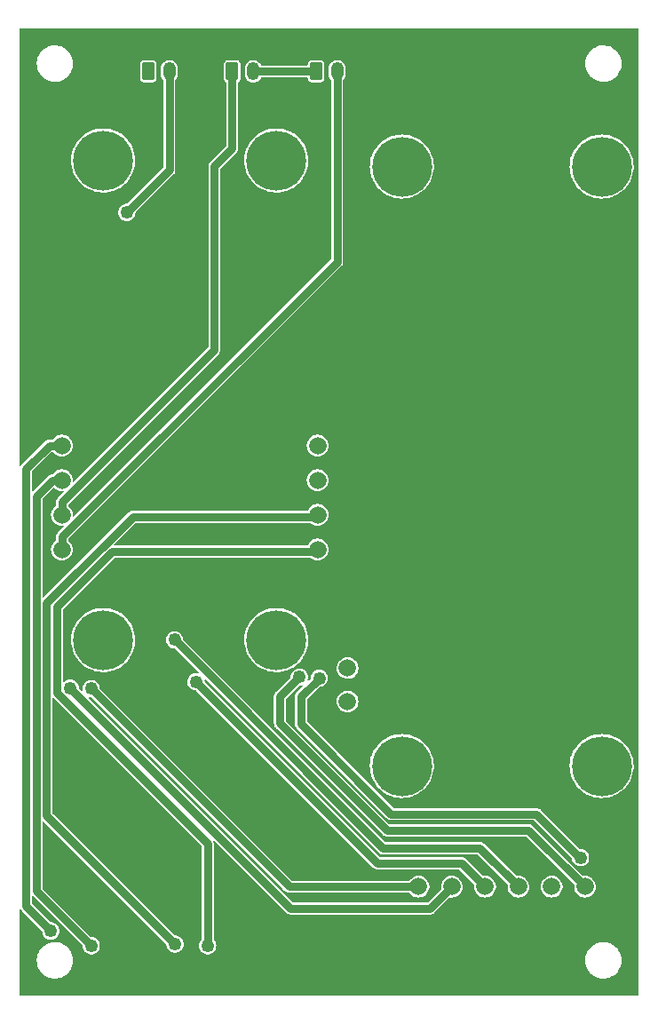
<source format=gbr>
%TF.GenerationSoftware,KiCad,Pcbnew,6.0.1*%
%TF.CreationDate,2022-02-08T14:35:25-06:00*%
%TF.ProjectId,ALTIMETER_HOLDER,414c5449-4d45-4544-9552-5f484f4c4445,rev?*%
%TF.SameCoordinates,Original*%
%TF.FileFunction,Copper,L2,Bot*%
%TF.FilePolarity,Positive*%
%FSLAX46Y46*%
G04 Gerber Fmt 4.6, Leading zero omitted, Abs format (unit mm)*
G04 Created by KiCad (PCBNEW 6.0.1) date 2022-02-08 14:35:25*
%MOMM*%
%LPD*%
G01*
G04 APERTURE LIST*
G04 Aperture macros list*
%AMRoundRect*
0 Rectangle with rounded corners*
0 $1 Rounding radius*
0 $2 $3 $4 $5 $6 $7 $8 $9 X,Y pos of 4 corners*
0 Add a 4 corners polygon primitive as box body*
4,1,4,$2,$3,$4,$5,$6,$7,$8,$9,$2,$3,0*
0 Add four circle primitives for the rounded corners*
1,1,$1+$1,$2,$3*
1,1,$1+$1,$4,$5*
1,1,$1+$1,$6,$7*
1,1,$1+$1,$8,$9*
0 Add four rect primitives between the rounded corners*
20,1,$1+$1,$2,$3,$4,$5,0*
20,1,$1+$1,$4,$5,$6,$7,0*
20,1,$1+$1,$6,$7,$8,$9,0*
20,1,$1+$1,$8,$9,$2,$3,0*%
G04 Aperture macros list end*
%TA.AperFunction,ComponentPad*%
%ADD10RoundRect,0.250000X-0.350000X-0.625000X0.350000X-0.625000X0.350000X0.625000X-0.350000X0.625000X0*%
%TD*%
%TA.AperFunction,ComponentPad*%
%ADD11O,1.200000X1.750000*%
%TD*%
%TA.AperFunction,ComponentPad*%
%ADD12C,1.660000*%
%TD*%
%TA.AperFunction,ComponentPad*%
%ADD13C,3.600000*%
%TD*%
%TA.AperFunction,ConnectorPad*%
%ADD14C,5.700000*%
%TD*%
%TA.AperFunction,ViaPad*%
%ADD15C,1.250000*%
%TD*%
%TA.AperFunction,Conductor*%
%ADD16C,0.750000*%
%TD*%
G04 APERTURE END LIST*
D10*
%TO.P,J3,1,Pin_1*%
%TO.N,Net-(J2-Pad2)*%
X28400000Y-4250000D03*
D11*
%TO.P,J3,2,Pin_2*%
%TO.N,SL_POWER_NEGATIVE*%
X30400000Y-4250000D03*
%TD*%
D12*
%TO.P,A2,1,SWITCH0*%
%TO.N,/SL_SWITCH_P*%
X4162000Y-39918000D03*
%TO.P,A2,2,SWITCH1*%
%TO.N,/SL_SWITCH_N*%
X4162000Y-43220000D03*
%TO.P,A2,3,POSITIVE*%
%TO.N,SL_POWER_POSITIVE*%
X4162000Y-46522000D03*
%TO.P,A2,4,NEGATIVE*%
%TO.N,SL_POWER_NEGATIVE*%
X4162000Y-49824000D03*
%TO.P,A2,5,DROGUE0*%
%TO.N,/SL_DROGUE_P*%
X28538000Y-39918000D03*
%TO.P,A2,6,DROGUE1*%
%TO.N,/SL_DROGUE_N*%
X28538000Y-43220000D03*
%TO.P,A2,7,MAIN0*%
%TO.N,/SL_MAIN_P*%
X28538000Y-46522000D03*
%TO.P,A2,8,MAIN1*%
%TO.N,/SL_MAIN_N*%
X28538000Y-49824000D03*
D13*
%TO.P,A2,~*%
%TO.N,N/C*%
X24605000Y-12740000D03*
D14*
X24605000Y-58460000D03*
D13*
X8095000Y-58460000D03*
D14*
X8095000Y-58460000D03*
X8095000Y-12740000D03*
D13*
X24605000Y-58460000D03*
D14*
X24605000Y-12740000D03*
D13*
X8095000Y-12740000D03*
%TD*%
D10*
%TO.P,J1,1,Pin_1*%
%TO.N,TM_POWER_POSITIVE*%
X12400000Y-4250000D03*
D11*
%TO.P,J1,2,Pin_2*%
%TO.N,TM_POWER_NEGATIVE*%
X14400000Y-4250000D03*
%TD*%
D10*
%TO.P,J2,1,Pin_1*%
%TO.N,SL_POWER_POSITIVE*%
X20400000Y-4250000D03*
D11*
%TO.P,J2,2,Pin_2*%
%TO.N,Net-(J2-Pad2)*%
X22400000Y-4250000D03*
%TD*%
D12*
%TO.P,A1,1,POSITIVE*%
%TO.N,TM_POWER_POSITIVE*%
X31400000Y-61140900D03*
%TO.P,A1,2,NEGATIVE*%
%TO.N,TM_POWER_NEGATIVE*%
X31400000Y-64315900D03*
%TO.P,A1,3,SWITCH0*%
%TO.N,/TM_SWITCH_P*%
X38162500Y-81975000D03*
%TO.P,A1,4,SWITCH1*%
%TO.N,/TM_SWITCH_N*%
X41337500Y-81975000D03*
%TO.P,A1,5,MAIN0*%
%TO.N,/TM_MAIN_P*%
X44512500Y-81975000D03*
%TO.P,A1,6,MAIN1*%
%TO.N,/TM_MAIN_N*%
X47687500Y-81975000D03*
%TO.P,A1,7,DROGUE0*%
%TO.N,/TM_DROGUE_P*%
X50862500Y-81975000D03*
%TO.P,A1,8,DROGUE1*%
%TO.N,/TM_DROGUE_N*%
X54037500Y-81975000D03*
D13*
%TO.P,A1,~*%
%TO.N,N/C*%
X36575000Y-70475400D03*
D14*
X36575000Y-70475400D03*
D13*
X55625000Y-13325400D03*
D14*
X55625000Y-13325400D03*
D13*
X55625000Y-70475400D03*
D14*
X36575000Y-13325400D03*
D13*
X36575000Y-13325400D03*
D14*
X55625000Y-70475400D03*
%TD*%
D15*
%TO.N,/TM_SWITCH_P*%
X6950000Y-63100000D03*
%TO.N,/TM_SWITCH_N*%
X4950000Y-63050000D03*
%TO.N,/TM_MAIN_P*%
X16950000Y-62450000D03*
%TO.N,/TM_MAIN_N*%
X14900000Y-58450000D03*
%TO.N,/TM_DROGUE_P*%
X53600000Y-79200000D03*
X28700000Y-62100000D03*
%TO.N,/TM_DROGUE_N*%
X26800000Y-62000000D03*
%TO.N,TM_POWER_NEGATIVE*%
X10350000Y-17700000D03*
%TO.N,/SL_SWITCH_P*%
X3100000Y-86200000D03*
%TO.N,/SL_SWITCH_N*%
X6950000Y-87600000D03*
%TO.N,/SL_MAIN_P*%
X14950000Y-87450000D03*
%TO.N,/SL_MAIN_N*%
X18050000Y-87600000D03*
%TD*%
D16*
%TO.N,/TM_DROGUE_N*%
X26800000Y-62000000D02*
X24950000Y-63850000D01*
X24950000Y-63850000D02*
X24950000Y-66400000D01*
X24950000Y-66400000D02*
X35150000Y-76600000D01*
X35150000Y-76600000D02*
X48662500Y-76600000D01*
X48662500Y-76600000D02*
X54037500Y-81975000D01*
%TO.N,/TM_DROGUE_P*%
X53550000Y-79200000D02*
X53600000Y-79200000D01*
X28700000Y-62100000D02*
X26950000Y-63850000D01*
X49400000Y-75050000D02*
X53550000Y-79200000D01*
X26950000Y-63850000D02*
X26950000Y-66450000D01*
X26950000Y-66450000D02*
X35550000Y-75050000D01*
X35550000Y-75050000D02*
X49400000Y-75050000D01*
%TO.N,/TM_SWITCH_P*%
X38162500Y-81975000D02*
X25825000Y-81975000D01*
X25825000Y-81975000D02*
X6950000Y-63100000D01*
%TO.N,/TM_SWITCH_N*%
X4950000Y-63050000D02*
X25950000Y-84050000D01*
X39262500Y-84050000D02*
X41337500Y-81975000D01*
X25950000Y-84050000D02*
X39262500Y-84050000D01*
%TO.N,/TM_MAIN_P*%
X34250000Y-79750000D02*
X42287500Y-79750000D01*
X42287500Y-79750000D02*
X44512500Y-81975000D01*
X16950000Y-62450000D02*
X34250000Y-79750000D01*
%TO.N,/TM_MAIN_N*%
X14900000Y-58450000D02*
X34750000Y-78300000D01*
X34750000Y-78300000D02*
X44012500Y-78300000D01*
X44012500Y-78300000D02*
X47687500Y-81975000D01*
%TO.N,TM_POWER_NEGATIVE*%
X14400000Y-13650000D02*
X14400000Y-4250000D01*
X10350000Y-17700000D02*
X14400000Y-13650000D01*
%TO.N,/SL_SWITCH_P*%
X750000Y-83850000D02*
X750000Y-42130000D01*
X3100000Y-86200000D02*
X750000Y-83850000D01*
X2962000Y-39918000D02*
X4162000Y-39918000D01*
X750000Y-42130000D02*
X2962000Y-39918000D01*
%TO.N,/SL_SWITCH_N*%
X1750480Y-44749520D02*
X1750480Y-82400480D01*
X1750480Y-82400480D02*
X6950000Y-87600000D01*
X3280000Y-43220000D02*
X1750480Y-44749520D01*
X4162000Y-43220000D02*
X3280000Y-43220000D01*
%TO.N,SL_POWER_POSITIVE*%
X4162000Y-46522000D02*
X4162000Y-45322000D01*
X20400000Y-11600000D02*
X20400000Y-4250000D01*
X18700000Y-30784000D02*
X18700000Y-13300000D01*
X18700000Y-13300000D02*
X20400000Y-11600000D01*
X4162000Y-45322000D02*
X18700000Y-30784000D01*
%TO.N,SL_POWER_NEGATIVE*%
X30400000Y-22386000D02*
X4162000Y-48624000D01*
X4162000Y-48624000D02*
X4162000Y-49824000D01*
X30400000Y-4250000D02*
X30400000Y-22386000D01*
%TO.N,/SL_MAIN_P*%
X10928000Y-46722000D02*
X28338000Y-46722000D01*
X14950000Y-87450000D02*
X2700000Y-75200000D01*
X2700000Y-75200000D02*
X2700000Y-54950000D01*
X28338000Y-46722000D02*
X28538000Y-46522000D01*
X2700000Y-54950000D02*
X10928000Y-46722000D01*
%TO.N,/SL_MAIN_N*%
X18050000Y-87600000D02*
X18050000Y-77846366D01*
X8968824Y-50024000D02*
X28338000Y-50024000D01*
X18050000Y-77846366D02*
X3700000Y-63496366D01*
X3700000Y-55292824D02*
X8968824Y-50024000D01*
X3700000Y-63496366D02*
X3700000Y-55292824D01*
X28338000Y-50024000D02*
X28538000Y-49824000D01*
%TO.N,Net-(J2-Pad2)*%
X22400000Y-4250000D02*
X28400000Y-4250000D01*
%TD*%
%TA.AperFunction,NonConductor*%
G36*
X59141255Y-148745D02*
G01*
X59160000Y-194000D01*
X59160000Y-92306000D01*
X59141255Y-92351255D01*
X59096000Y-92370000D01*
X194000Y-92370000D01*
X148745Y-92351255D01*
X130000Y-92306000D01*
X130000Y-88954587D01*
X1765743Y-88954587D01*
X1766199Y-88964085D01*
X1778080Y-89211425D01*
X1828245Y-89463619D01*
X1915135Y-89705627D01*
X2036842Y-89932135D01*
X2190691Y-90138165D01*
X2373304Y-90319191D01*
X2375221Y-90320597D01*
X2375225Y-90320600D01*
X2440760Y-90368652D01*
X2580669Y-90471237D01*
X2808230Y-90590963D01*
X2924071Y-90631416D01*
X3048750Y-90674956D01*
X3048757Y-90674958D01*
X3050988Y-90675737D01*
X3303609Y-90723699D01*
X3305968Y-90723792D01*
X3305971Y-90723792D01*
X3558177Y-90733701D01*
X3558178Y-90733701D01*
X3560545Y-90733794D01*
X3688348Y-90719798D01*
X3813796Y-90706059D01*
X3813797Y-90706059D01*
X3816151Y-90705801D01*
X3818437Y-90705199D01*
X3818443Y-90705198D01*
X4062515Y-90640939D01*
X4062518Y-90640938D01*
X4064812Y-90640334D01*
X4301065Y-90538832D01*
X4303082Y-90537584D01*
X4517707Y-90404770D01*
X4517710Y-90404768D01*
X4519720Y-90403524D01*
X4715973Y-90237383D01*
X4816478Y-90122780D01*
X4883955Y-90045837D01*
X4883957Y-90045835D01*
X4885514Y-90044059D01*
X5024617Y-89827799D01*
X5130227Y-89593354D01*
X5200023Y-89345874D01*
X5204505Y-89310647D01*
X5232270Y-89092387D01*
X5232473Y-89090795D01*
X5234851Y-89000000D01*
X5231476Y-88954587D01*
X54055743Y-88954587D01*
X54056199Y-88964085D01*
X54068080Y-89211425D01*
X54118245Y-89463619D01*
X54205135Y-89705627D01*
X54326842Y-89932135D01*
X54480691Y-90138165D01*
X54663304Y-90319191D01*
X54665221Y-90320597D01*
X54665225Y-90320600D01*
X54730760Y-90368652D01*
X54870669Y-90471237D01*
X55098230Y-90590963D01*
X55214071Y-90631416D01*
X55338750Y-90674956D01*
X55338757Y-90674958D01*
X55340988Y-90675737D01*
X55593609Y-90723699D01*
X55595968Y-90723792D01*
X55595971Y-90723792D01*
X55848177Y-90733701D01*
X55848178Y-90733701D01*
X55850545Y-90733794D01*
X55978348Y-90719798D01*
X56103796Y-90706059D01*
X56103797Y-90706059D01*
X56106151Y-90705801D01*
X56108437Y-90705199D01*
X56108443Y-90705198D01*
X56352515Y-90640939D01*
X56352518Y-90640938D01*
X56354812Y-90640334D01*
X56591065Y-90538832D01*
X56593082Y-90537584D01*
X56807707Y-90404770D01*
X56807710Y-90404768D01*
X56809720Y-90403524D01*
X57005973Y-90237383D01*
X57106478Y-90122780D01*
X57173955Y-90045837D01*
X57173957Y-90045835D01*
X57175514Y-90044059D01*
X57314617Y-89827799D01*
X57420227Y-89593354D01*
X57490023Y-89345874D01*
X57494505Y-89310647D01*
X57522270Y-89092387D01*
X57522473Y-89090795D01*
X57524851Y-89000000D01*
X57505795Y-88743573D01*
X57501491Y-88724549D01*
X57449569Y-88495091D01*
X57449046Y-88492779D01*
X57355851Y-88253127D01*
X57228257Y-88029884D01*
X57157806Y-87940517D01*
X57070541Y-87829823D01*
X57069066Y-87827952D01*
X56985359Y-87749208D01*
X56883509Y-87653397D01*
X56883507Y-87653395D01*
X56881777Y-87651768D01*
X56879823Y-87650413D01*
X56879820Y-87650410D01*
X56672453Y-87506555D01*
X56670503Y-87505202D01*
X56439887Y-87391474D01*
X56194993Y-87313083D01*
X55941202Y-87271751D01*
X55938838Y-87271720D01*
X55938837Y-87271720D01*
X55686458Y-87268416D01*
X55684090Y-87268385D01*
X55681739Y-87268705D01*
X55681738Y-87268705D01*
X55514924Y-87291408D01*
X55429304Y-87303060D01*
X55271054Y-87349185D01*
X55184723Y-87374348D01*
X55184721Y-87374349D01*
X55182442Y-87375013D01*
X54948928Y-87482665D01*
X54912490Y-87506555D01*
X54735875Y-87622348D01*
X54735870Y-87622352D01*
X54733890Y-87623650D01*
X54732124Y-87625226D01*
X54732119Y-87625230D01*
X54620217Y-87725107D01*
X54542053Y-87794871D01*
X54540536Y-87796695D01*
X54540534Y-87796697D01*
X54454005Y-87900737D01*
X54377631Y-87992567D01*
X54244236Y-88212394D01*
X54243321Y-88214576D01*
X54243320Y-88214578D01*
X54218066Y-88274802D01*
X54144800Y-88449524D01*
X54081505Y-88698746D01*
X54055743Y-88954587D01*
X5231476Y-88954587D01*
X5215795Y-88743573D01*
X5211491Y-88724549D01*
X5159569Y-88495091D01*
X5159046Y-88492779D01*
X5065851Y-88253127D01*
X4938257Y-88029884D01*
X4867806Y-87940517D01*
X4780541Y-87829823D01*
X4779066Y-87827952D01*
X4695359Y-87749208D01*
X4593509Y-87653397D01*
X4593507Y-87653395D01*
X4591777Y-87651768D01*
X4589823Y-87650413D01*
X4589820Y-87650410D01*
X4382453Y-87506555D01*
X4380503Y-87505202D01*
X4149887Y-87391474D01*
X3904993Y-87313083D01*
X3651202Y-87271751D01*
X3648838Y-87271720D01*
X3648837Y-87271720D01*
X3396458Y-87268416D01*
X3394090Y-87268385D01*
X3391739Y-87268705D01*
X3391738Y-87268705D01*
X3224924Y-87291408D01*
X3139304Y-87303060D01*
X2981054Y-87349185D01*
X2894723Y-87374348D01*
X2894721Y-87374349D01*
X2892442Y-87375013D01*
X2658928Y-87482665D01*
X2622490Y-87506555D01*
X2445875Y-87622348D01*
X2445870Y-87622352D01*
X2443890Y-87623650D01*
X2442124Y-87625226D01*
X2442119Y-87625230D01*
X2330217Y-87725107D01*
X2252053Y-87794871D01*
X2250536Y-87796695D01*
X2250534Y-87796697D01*
X2164005Y-87900737D01*
X2087631Y-87992567D01*
X1954236Y-88212394D01*
X1953321Y-88214576D01*
X1953320Y-88214578D01*
X1928066Y-88274802D01*
X1854800Y-88449524D01*
X1791505Y-88698746D01*
X1765743Y-88954587D01*
X130000Y-88954587D01*
X130000Y-84174817D01*
X148745Y-84129562D01*
X194000Y-84110817D01*
X239255Y-84129562D01*
X247137Y-84139835D01*
X247302Y-84140233D01*
X249853Y-84143557D01*
X316385Y-84230265D01*
X316391Y-84230271D01*
X339549Y-84260451D01*
X342876Y-84263004D01*
X366402Y-84281056D01*
X372696Y-84286576D01*
X2252029Y-86165909D01*
X2270423Y-86204474D01*
X2288092Y-86372576D01*
X2314903Y-86455094D01*
X2340678Y-86534424D01*
X2340680Y-86534428D01*
X2341714Y-86537611D01*
X2428478Y-86687889D01*
X2544590Y-86816845D01*
X2684976Y-86918842D01*
X2688040Y-86920206D01*
X2840441Y-86988060D01*
X2840444Y-86988061D01*
X2843501Y-86989422D01*
X3013236Y-87025500D01*
X3186764Y-87025500D01*
X3356499Y-86989422D01*
X3359556Y-86988061D01*
X3359559Y-86988060D01*
X3511960Y-86920206D01*
X3515024Y-86918842D01*
X3655410Y-86816845D01*
X3771522Y-86687889D01*
X3858286Y-86537611D01*
X3859320Y-86534428D01*
X3859322Y-86534424D01*
X3885097Y-86455094D01*
X3911908Y-86372576D01*
X3930047Y-86200000D01*
X3911908Y-86027424D01*
X3885097Y-85944907D01*
X3859322Y-85865576D01*
X3859320Y-85865572D01*
X3858286Y-85862389D01*
X3771522Y-85712111D01*
X3655410Y-85583155D01*
X3515024Y-85481158D01*
X3464286Y-85458568D01*
X3359559Y-85411940D01*
X3359556Y-85411939D01*
X3356499Y-85410578D01*
X3186764Y-85374500D01*
X3114890Y-85374500D01*
X3069635Y-85355755D01*
X1344245Y-83630365D01*
X1325500Y-83585110D01*
X1325500Y-82943890D01*
X1344245Y-82898635D01*
X1389500Y-82879890D01*
X1434755Y-82898635D01*
X6102029Y-87565909D01*
X6120423Y-87604474D01*
X6136360Y-87756096D01*
X6138092Y-87772576D01*
X6156692Y-87829823D01*
X6190678Y-87934424D01*
X6190680Y-87934428D01*
X6191714Y-87937611D01*
X6278478Y-88087889D01*
X6394590Y-88216845D01*
X6534976Y-88318842D01*
X6538040Y-88320206D01*
X6690441Y-88388060D01*
X6690444Y-88388061D01*
X6693501Y-88389422D01*
X6863236Y-88425500D01*
X7036764Y-88425500D01*
X7206499Y-88389422D01*
X7209556Y-88388061D01*
X7209559Y-88388060D01*
X7361960Y-88320206D01*
X7365024Y-88318842D01*
X7505410Y-88216845D01*
X7621522Y-88087889D01*
X7708286Y-87937611D01*
X7709320Y-87934428D01*
X7709322Y-87934424D01*
X7743308Y-87829823D01*
X7761908Y-87772576D01*
X7773827Y-87659183D01*
X7779696Y-87603339D01*
X7780047Y-87600000D01*
X7763930Y-87446661D01*
X7762259Y-87430760D01*
X7762258Y-87430757D01*
X7761908Y-87427424D01*
X7721501Y-87303060D01*
X7709322Y-87265576D01*
X7709320Y-87265572D01*
X7708286Y-87262389D01*
X7621522Y-87112111D01*
X7505410Y-86983155D01*
X7365024Y-86881158D01*
X7257208Y-86833155D01*
X7209559Y-86811940D01*
X7209556Y-86811939D01*
X7206499Y-86810578D01*
X7036764Y-86774500D01*
X6964890Y-86774500D01*
X6919635Y-86755755D01*
X2344725Y-82180845D01*
X2325980Y-82135590D01*
X2325980Y-75794370D01*
X2344725Y-75749115D01*
X2389980Y-75730370D01*
X2435235Y-75749115D01*
X14102029Y-87415909D01*
X14120423Y-87454474D01*
X14133488Y-87578770D01*
X14138092Y-87622576D01*
X14145333Y-87644861D01*
X14190678Y-87784424D01*
X14190680Y-87784428D01*
X14191714Y-87787611D01*
X14278478Y-87937889D01*
X14394590Y-88066845D01*
X14534976Y-88168842D01*
X14538040Y-88170206D01*
X14690441Y-88238060D01*
X14690444Y-88238061D01*
X14693501Y-88239422D01*
X14863236Y-88275500D01*
X15036764Y-88275500D01*
X15206499Y-88239422D01*
X15209556Y-88238061D01*
X15209559Y-88238060D01*
X15361960Y-88170206D01*
X15365024Y-88168842D01*
X15505410Y-88066845D01*
X15621522Y-87937889D01*
X15708286Y-87787611D01*
X15709320Y-87784428D01*
X15709322Y-87784424D01*
X15754667Y-87644861D01*
X15761908Y-87622576D01*
X15766513Y-87578770D01*
X15779696Y-87453339D01*
X15780047Y-87450000D01*
X15774006Y-87392525D01*
X15762259Y-87280760D01*
X15762258Y-87280757D01*
X15761908Y-87277424D01*
X15735097Y-87194906D01*
X15709322Y-87115576D01*
X15709320Y-87115572D01*
X15708286Y-87112389D01*
X15621522Y-86962111D01*
X15505410Y-86833155D01*
X15365024Y-86731158D01*
X15273442Y-86690383D01*
X15209559Y-86661940D01*
X15209556Y-86661939D01*
X15206499Y-86660578D01*
X15036764Y-86624500D01*
X14964890Y-86624500D01*
X14919635Y-86605755D01*
X3294245Y-74980365D01*
X3275500Y-74935110D01*
X3275500Y-64040256D01*
X3294245Y-63995001D01*
X3339500Y-63976256D01*
X3384755Y-63995001D01*
X17455755Y-78066001D01*
X17474500Y-78111256D01*
X17474500Y-86980900D01*
X17458062Y-87023723D01*
X17378478Y-87112111D01*
X17291714Y-87262389D01*
X17290680Y-87265572D01*
X17290678Y-87265576D01*
X17278499Y-87303060D01*
X17238092Y-87427424D01*
X17237742Y-87430757D01*
X17237741Y-87430760D01*
X17236070Y-87446661D01*
X17219953Y-87600000D01*
X17220304Y-87603339D01*
X17226174Y-87659183D01*
X17238092Y-87772576D01*
X17256692Y-87829823D01*
X17290678Y-87934424D01*
X17290680Y-87934428D01*
X17291714Y-87937611D01*
X17378478Y-88087889D01*
X17494590Y-88216845D01*
X17634976Y-88318842D01*
X17638040Y-88320206D01*
X17790441Y-88388060D01*
X17790444Y-88388061D01*
X17793501Y-88389422D01*
X17963236Y-88425500D01*
X18136764Y-88425500D01*
X18306499Y-88389422D01*
X18309556Y-88388061D01*
X18309559Y-88388060D01*
X18461960Y-88320206D01*
X18465024Y-88318842D01*
X18605410Y-88216845D01*
X18721522Y-88087889D01*
X18808286Y-87937611D01*
X18809320Y-87934428D01*
X18809322Y-87934424D01*
X18843308Y-87829823D01*
X18861908Y-87772576D01*
X18873827Y-87659183D01*
X18879696Y-87603339D01*
X18880047Y-87600000D01*
X18863930Y-87446661D01*
X18862259Y-87430760D01*
X18862258Y-87430757D01*
X18861908Y-87427424D01*
X18821501Y-87303060D01*
X18809322Y-87265576D01*
X18809320Y-87265572D01*
X18808286Y-87262389D01*
X18721522Y-87112111D01*
X18641938Y-87023723D01*
X18625500Y-86980900D01*
X18625500Y-77888278D01*
X18626048Y-77879924D01*
X18629918Y-77850528D01*
X18630466Y-77846366D01*
X18623795Y-77795696D01*
X18611235Y-77700290D01*
X18611234Y-77700287D01*
X18610687Y-77696131D01*
X18609082Y-77692255D01*
X18608935Y-77691708D01*
X18615328Y-77643144D01*
X18654190Y-77613325D01*
X18702754Y-77619718D01*
X18716009Y-77629889D01*
X25513424Y-84427304D01*
X25518943Y-84433597D01*
X25539549Y-84460451D01*
X25542876Y-84463004D01*
X25569729Y-84483609D01*
X25569729Y-84483610D01*
X25569732Y-84483612D01*
X25659767Y-84552699D01*
X25663640Y-84554303D01*
X25663643Y-84554305D01*
X25758760Y-84593703D01*
X25799764Y-84610687D01*
X25803920Y-84611234D01*
X25803923Y-84611235D01*
X25912280Y-84625500D01*
X25950000Y-84630466D01*
X25954162Y-84629918D01*
X25983558Y-84626048D01*
X25991912Y-84625500D01*
X39220588Y-84625500D01*
X39228941Y-84626047D01*
X39262500Y-84630465D01*
X39300214Y-84625500D01*
X39300578Y-84628261D01*
X39300583Y-84628259D01*
X39300220Y-84625500D01*
X39408577Y-84611235D01*
X39408580Y-84611234D01*
X39412736Y-84610687D01*
X39548854Y-84554305D01*
X39548856Y-84554304D01*
X39548857Y-84554304D01*
X39552733Y-84552698D01*
X39642768Y-84483612D01*
X39642771Y-84483609D01*
X39672951Y-84460451D01*
X39693557Y-84433597D01*
X39699076Y-84427304D01*
X41115422Y-83010958D01*
X41160677Y-82992213D01*
X41168255Y-82992663D01*
X41312707Y-83009889D01*
X41312712Y-83009889D01*
X41315814Y-83010259D01*
X41318934Y-83010019D01*
X41318937Y-83010019D01*
X41514183Y-82994996D01*
X41514187Y-82994995D01*
X41517310Y-82994755D01*
X41520326Y-82993913D01*
X41520331Y-82993912D01*
X41610427Y-82968756D01*
X41711957Y-82940408D01*
X41714744Y-82939000D01*
X41714747Y-82938999D01*
X41889552Y-82850699D01*
X41889553Y-82850698D01*
X41892341Y-82849290D01*
X42051591Y-82724870D01*
X42080093Y-82691851D01*
X42181597Y-82574257D01*
X42183642Y-82571888D01*
X42283464Y-82396170D01*
X42286181Y-82388004D01*
X42346266Y-82207380D01*
X42347254Y-82204410D01*
X42350887Y-82175657D01*
X42372357Y-82005695D01*
X42372357Y-82005691D01*
X42372582Y-82003912D01*
X42372986Y-81975000D01*
X42353265Y-81773873D01*
X42352362Y-81770882D01*
X42352361Y-81770877D01*
X42324060Y-81677140D01*
X42294854Y-81580407D01*
X42293389Y-81577651D01*
X42293387Y-81577647D01*
X42201448Y-81404735D01*
X42201446Y-81404732D01*
X42199978Y-81401971D01*
X42072251Y-81245361D01*
X41916536Y-81116543D01*
X41901739Y-81108542D01*
X41877498Y-81095435D01*
X41738767Y-81020424D01*
X41545713Y-80960664D01*
X41344729Y-80939539D01*
X41341619Y-80939822D01*
X41341618Y-80939822D01*
X41295653Y-80944005D01*
X41143469Y-80957855D01*
X41140472Y-80958737D01*
X41140467Y-80958738D01*
X40952606Y-81014029D01*
X40952603Y-81014030D01*
X40949600Y-81014914D01*
X40936216Y-81021911D01*
X40773277Y-81107093D01*
X40773274Y-81107095D01*
X40770506Y-81108542D01*
X40613008Y-81235174D01*
X40483107Y-81389985D01*
X40385748Y-81567079D01*
X40384803Y-81570057D01*
X40384802Y-81570060D01*
X40326898Y-81752598D01*
X40324642Y-81759710D01*
X40302115Y-81960542D01*
X40302377Y-81963661D01*
X40317909Y-82148621D01*
X40303016Y-82195286D01*
X40299388Y-82199232D01*
X39042865Y-83455755D01*
X38997610Y-83474500D01*
X26214890Y-83474500D01*
X26169635Y-83455755D01*
X6731732Y-64017852D01*
X6712987Y-63972597D01*
X6731732Y-63927342D01*
X6776987Y-63908597D01*
X6790287Y-63909994D01*
X6863236Y-63925500D01*
X6935110Y-63925500D01*
X6980365Y-63944245D01*
X25388424Y-82352304D01*
X25393943Y-82358597D01*
X25414549Y-82385451D01*
X25444729Y-82408609D01*
X25444732Y-82408612D01*
X25534767Y-82477698D01*
X25538643Y-82479304D01*
X25538644Y-82479304D01*
X25668642Y-82533151D01*
X25674764Y-82535687D01*
X25678920Y-82536234D01*
X25678923Y-82536235D01*
X25787280Y-82550500D01*
X25786917Y-82553259D01*
X25786922Y-82553261D01*
X25787286Y-82550500D01*
X25825000Y-82555465D01*
X25858559Y-82551047D01*
X25866912Y-82550500D01*
X37272713Y-82550500D01*
X37317968Y-82569245D01*
X37322869Y-82574746D01*
X37417634Y-82694309D01*
X37532416Y-82791997D01*
X37554664Y-82810931D01*
X37571534Y-82825289D01*
X37747944Y-82923881D01*
X37750922Y-82924849D01*
X37750923Y-82924849D01*
X37937174Y-82985365D01*
X37937177Y-82985366D01*
X37940145Y-82986330D01*
X37943248Y-82986700D01*
X38137707Y-83009889D01*
X38137712Y-83009889D01*
X38140814Y-83010259D01*
X38143934Y-83010019D01*
X38143937Y-83010019D01*
X38339183Y-82994996D01*
X38339187Y-82994995D01*
X38342310Y-82994755D01*
X38345326Y-82993913D01*
X38345331Y-82993912D01*
X38435427Y-82968756D01*
X38536957Y-82940408D01*
X38539744Y-82939000D01*
X38539747Y-82938999D01*
X38714552Y-82850699D01*
X38714553Y-82850698D01*
X38717341Y-82849290D01*
X38876591Y-82724870D01*
X38905093Y-82691851D01*
X39006597Y-82574257D01*
X39008642Y-82571888D01*
X39108464Y-82396170D01*
X39111181Y-82388004D01*
X39171266Y-82207380D01*
X39172254Y-82204410D01*
X39175887Y-82175657D01*
X39197357Y-82005695D01*
X39197357Y-82005691D01*
X39197582Y-82003912D01*
X39197986Y-81975000D01*
X39178265Y-81773873D01*
X39177362Y-81770882D01*
X39177361Y-81770877D01*
X39149060Y-81677140D01*
X39119854Y-81580407D01*
X39118389Y-81577651D01*
X39118387Y-81577647D01*
X39026448Y-81404735D01*
X39026446Y-81404732D01*
X39024978Y-81401971D01*
X38897251Y-81245361D01*
X38741536Y-81116543D01*
X38726739Y-81108542D01*
X38702498Y-81095435D01*
X38563767Y-81020424D01*
X38370713Y-80960664D01*
X38169729Y-80939539D01*
X38166619Y-80939822D01*
X38166618Y-80939822D01*
X38120653Y-80944005D01*
X37968469Y-80957855D01*
X37965472Y-80958737D01*
X37965467Y-80958738D01*
X37777606Y-81014029D01*
X37777603Y-81014030D01*
X37774600Y-81014914D01*
X37761216Y-81021911D01*
X37598277Y-81107093D01*
X37598274Y-81107095D01*
X37595506Y-81108542D01*
X37438008Y-81235174D01*
X37435995Y-81237573D01*
X37319306Y-81376638D01*
X37275857Y-81399256D01*
X37270279Y-81399500D01*
X26089890Y-81399500D01*
X26044635Y-81380755D01*
X7797971Y-63134091D01*
X7779577Y-63095526D01*
X7762259Y-62930760D01*
X7762258Y-62930757D01*
X7761908Y-62927424D01*
X7728565Y-62824802D01*
X7709322Y-62765576D01*
X7709320Y-62765572D01*
X7708286Y-62762389D01*
X7621522Y-62612111D01*
X7505410Y-62483155D01*
X7365024Y-62381158D01*
X7257152Y-62333130D01*
X7209559Y-62311940D01*
X7209556Y-62311939D01*
X7206499Y-62310578D01*
X7036764Y-62274500D01*
X6863236Y-62274500D01*
X6693501Y-62310578D01*
X6690444Y-62311939D01*
X6690441Y-62311940D01*
X6632784Y-62337611D01*
X6534977Y-62381158D01*
X6394590Y-62483155D01*
X6278478Y-62612111D01*
X6191714Y-62762389D01*
X6190680Y-62765572D01*
X6190678Y-62765576D01*
X6171435Y-62824802D01*
X6138092Y-62927424D01*
X6137742Y-62930757D01*
X6137741Y-62930760D01*
X6136992Y-62937889D01*
X6119953Y-63100000D01*
X6120304Y-63103339D01*
X6137010Y-63262281D01*
X6123098Y-63309247D01*
X6080051Y-63332620D01*
X6033085Y-63318708D01*
X6028106Y-63314226D01*
X5797971Y-63084091D01*
X5779577Y-63045526D01*
X5762259Y-62880760D01*
X5762258Y-62880757D01*
X5761908Y-62877424D01*
X5724532Y-62762389D01*
X5709322Y-62715576D01*
X5709320Y-62715572D01*
X5708286Y-62712389D01*
X5621522Y-62562111D01*
X5505410Y-62433155D01*
X5365024Y-62331158D01*
X5267459Y-62287719D01*
X5209559Y-62261940D01*
X5209556Y-62261939D01*
X5206499Y-62260578D01*
X5036764Y-62224500D01*
X4863236Y-62224500D01*
X4693501Y-62260578D01*
X4690444Y-62261939D01*
X4690441Y-62261940D01*
X4601580Y-62301504D01*
X4534977Y-62331158D01*
X4394590Y-62433155D01*
X4387060Y-62441518D01*
X4342850Y-62462605D01*
X4296676Y-62446255D01*
X4275500Y-62398693D01*
X4275500Y-58417341D01*
X5039991Y-58417341D01*
X5054275Y-58758146D01*
X5054548Y-58759907D01*
X5054548Y-58759911D01*
X5102370Y-59068819D01*
X5106459Y-59095234D01*
X5106929Y-59096964D01*
X5160529Y-59294245D01*
X5195892Y-59424405D01*
X5321461Y-59741555D01*
X5481600Y-60042732D01*
X5674312Y-60324181D01*
X5675475Y-60325528D01*
X5675477Y-60325531D01*
X5760398Y-60423913D01*
X5897196Y-60582395D01*
X6147474Y-60814155D01*
X6422026Y-61016572D01*
X6717431Y-61187124D01*
X7030005Y-61323684D01*
X7031716Y-61324214D01*
X7031717Y-61324214D01*
X7215674Y-61381158D01*
X7355854Y-61424551D01*
X7357605Y-61424885D01*
X7357613Y-61424887D01*
X7689148Y-61488131D01*
X7689153Y-61488132D01*
X7690916Y-61488468D01*
X8031014Y-61514637D01*
X8371910Y-61502733D01*
X8615022Y-61466833D01*
X8707582Y-61453165D01*
X8707585Y-61453164D01*
X8709355Y-61452903D01*
X8711077Y-61452448D01*
X8711082Y-61452447D01*
X9037416Y-61366226D01*
X9039142Y-61365770D01*
X9272650Y-61275198D01*
X9355493Y-61243065D01*
X9357161Y-61242418D01*
X9419399Y-61209881D01*
X9657860Y-61085216D01*
X9659448Y-61084386D01*
X9660933Y-61083385D01*
X9660937Y-61083382D01*
X9940744Y-60894650D01*
X9940751Y-60894644D01*
X9942236Y-60893643D01*
X9943604Y-60892479D01*
X10200633Y-60673730D01*
X10200637Y-60673726D01*
X10201999Y-60672567D01*
X10203221Y-60671266D01*
X10203227Y-60671260D01*
X10434277Y-60425216D01*
X10435501Y-60423913D01*
X10436563Y-60422493D01*
X10436570Y-60422485D01*
X10638763Y-60152208D01*
X10638767Y-60152202D01*
X10639830Y-60150781D01*
X10653496Y-60127489D01*
X10811534Y-59858118D01*
X10812440Y-59856574D01*
X10951179Y-59544961D01*
X11030711Y-59294245D01*
X11053780Y-59221524D01*
X11053781Y-59221519D01*
X11054319Y-59219824D01*
X11120573Y-58885217D01*
X11120721Y-58883458D01*
X11120722Y-58883449D01*
X11149023Y-58546418D01*
X11149023Y-58546414D01*
X11149116Y-58545309D01*
X11150307Y-58460000D01*
X11149748Y-58450000D01*
X14069953Y-58450000D01*
X14070304Y-58453339D01*
X14079971Y-58545309D01*
X14088092Y-58622576D01*
X14114903Y-58705093D01*
X14140678Y-58784424D01*
X14140680Y-58784428D01*
X14141714Y-58787611D01*
X14228478Y-58937889D01*
X14344590Y-59066845D01*
X14484976Y-59168842D01*
X14488040Y-59170206D01*
X14640441Y-59238060D01*
X14640444Y-59238061D01*
X14643501Y-59239422D01*
X14813236Y-59275500D01*
X14885110Y-59275500D01*
X14930365Y-59294245D01*
X17168268Y-61532148D01*
X17187013Y-61577403D01*
X17168268Y-61622658D01*
X17123013Y-61641403D01*
X17109713Y-61640006D01*
X17036764Y-61624500D01*
X16863236Y-61624500D01*
X16783713Y-61641403D01*
X16698653Y-61659483D01*
X16693501Y-61660578D01*
X16690444Y-61661939D01*
X16690441Y-61661940D01*
X16586530Y-61708205D01*
X16534977Y-61731158D01*
X16394590Y-61833155D01*
X16278478Y-61962111D01*
X16191714Y-62112389D01*
X16190680Y-62115572D01*
X16190678Y-62115576D01*
X16171072Y-62175919D01*
X16138092Y-62277424D01*
X16137742Y-62280757D01*
X16137741Y-62280760D01*
X16125346Y-62398693D01*
X16119953Y-62450000D01*
X16120304Y-62453339D01*
X16137490Y-62616845D01*
X16138092Y-62622576D01*
X16164903Y-62705094D01*
X16190678Y-62784424D01*
X16190680Y-62784428D01*
X16191714Y-62787611D01*
X16278478Y-62937889D01*
X16394590Y-63066845D01*
X16534976Y-63168842D01*
X16538040Y-63170206D01*
X16690441Y-63238060D01*
X16690444Y-63238061D01*
X16693501Y-63239422D01*
X16863236Y-63275500D01*
X16935110Y-63275500D01*
X16980365Y-63294245D01*
X33813424Y-80127304D01*
X33818943Y-80133597D01*
X33839549Y-80160451D01*
X33869729Y-80183609D01*
X33869732Y-80183612D01*
X33959768Y-80252699D01*
X34041776Y-80286667D01*
X34099764Y-80310687D01*
X34103920Y-80311234D01*
X34103923Y-80311235D01*
X34212280Y-80325500D01*
X34250000Y-80330466D01*
X34254162Y-80329918D01*
X34283558Y-80326048D01*
X34291912Y-80325500D01*
X42022610Y-80325500D01*
X42067865Y-80344245D01*
X43476218Y-81752598D01*
X43494963Y-81797853D01*
X43494564Y-81804978D01*
X43477115Y-81960542D01*
X43494026Y-82161925D01*
X43549729Y-82356188D01*
X43642105Y-82535931D01*
X43644048Y-82538382D01*
X43644049Y-82538384D01*
X43657154Y-82554918D01*
X43767634Y-82694309D01*
X43770018Y-82696338D01*
X43770020Y-82696340D01*
X43919151Y-82823261D01*
X43921534Y-82825289D01*
X44097944Y-82923881D01*
X44100922Y-82924849D01*
X44100923Y-82924849D01*
X44287174Y-82985365D01*
X44287177Y-82985366D01*
X44290145Y-82986330D01*
X44293248Y-82986700D01*
X44487707Y-83009889D01*
X44487712Y-83009889D01*
X44490814Y-83010259D01*
X44493934Y-83010019D01*
X44493937Y-83010019D01*
X44689183Y-82994996D01*
X44689187Y-82994995D01*
X44692310Y-82994755D01*
X44695326Y-82993913D01*
X44695331Y-82993912D01*
X44785427Y-82968756D01*
X44886957Y-82940408D01*
X44889744Y-82939000D01*
X44889747Y-82938999D01*
X45064552Y-82850699D01*
X45064553Y-82850698D01*
X45067341Y-82849290D01*
X45226591Y-82724870D01*
X45255093Y-82691851D01*
X45356597Y-82574257D01*
X45358642Y-82571888D01*
X45458464Y-82396170D01*
X45461181Y-82388004D01*
X45521266Y-82207380D01*
X45522254Y-82204410D01*
X45525887Y-82175657D01*
X45547357Y-82005695D01*
X45547357Y-82005691D01*
X45547582Y-82003912D01*
X45547986Y-81975000D01*
X45528265Y-81773873D01*
X45527362Y-81770882D01*
X45527361Y-81770877D01*
X45499060Y-81677140D01*
X45469854Y-81580407D01*
X45468389Y-81577651D01*
X45468387Y-81577647D01*
X45376448Y-81404735D01*
X45376446Y-81404732D01*
X45374978Y-81401971D01*
X45247251Y-81245361D01*
X45091536Y-81116543D01*
X45076739Y-81108542D01*
X45052498Y-81095435D01*
X44913767Y-81020424D01*
X44720713Y-80960664D01*
X44519729Y-80939539D01*
X44516619Y-80939822D01*
X44516618Y-80939822D01*
X44339861Y-80955908D01*
X44293094Y-80941341D01*
X44288806Y-80937426D01*
X42724076Y-79372696D01*
X42718556Y-79366402D01*
X42700504Y-79342876D01*
X42697951Y-79339549D01*
X42667771Y-79316391D01*
X42667768Y-79316388D01*
X42577733Y-79247302D01*
X42437736Y-79189313D01*
X42433580Y-79188766D01*
X42433577Y-79188765D01*
X42325220Y-79174500D01*
X42325583Y-79171741D01*
X42325578Y-79171739D01*
X42325214Y-79174500D01*
X42291655Y-79170082D01*
X42287500Y-79169535D01*
X42283345Y-79170082D01*
X42253941Y-79173953D01*
X42245588Y-79174500D01*
X34514890Y-79174500D01*
X34469635Y-79155755D01*
X17797971Y-62484091D01*
X17779577Y-62445526D01*
X17762990Y-62287719D01*
X17776901Y-62240753D01*
X17819949Y-62217380D01*
X17866915Y-62231291D01*
X17871894Y-62235774D01*
X34313424Y-78677304D01*
X34318943Y-78683597D01*
X34339549Y-78710451D01*
X34342876Y-78713004D01*
X34369729Y-78733609D01*
X34369729Y-78733610D01*
X34369733Y-78733613D01*
X34385022Y-78745345D01*
X34456435Y-78800142D01*
X34456439Y-78800144D01*
X34459767Y-78802698D01*
X34599764Y-78860687D01*
X34603920Y-78861234D01*
X34603923Y-78861235D01*
X34712280Y-78875500D01*
X34711917Y-78878259D01*
X34711921Y-78878261D01*
X34712285Y-78875500D01*
X34750000Y-78880465D01*
X34783559Y-78876047D01*
X34791912Y-78875500D01*
X43747610Y-78875500D01*
X43792865Y-78894245D01*
X46651218Y-81752598D01*
X46669963Y-81797853D01*
X46669564Y-81804978D01*
X46652115Y-81960542D01*
X46669026Y-82161925D01*
X46724729Y-82356188D01*
X46817105Y-82535931D01*
X46819048Y-82538382D01*
X46819049Y-82538384D01*
X46832154Y-82554918D01*
X46942634Y-82694309D01*
X46945018Y-82696338D01*
X46945020Y-82696340D01*
X47094151Y-82823261D01*
X47096534Y-82825289D01*
X47272944Y-82923881D01*
X47275922Y-82924849D01*
X47275923Y-82924849D01*
X47462174Y-82985365D01*
X47462177Y-82985366D01*
X47465145Y-82986330D01*
X47468248Y-82986700D01*
X47662707Y-83009889D01*
X47662712Y-83009889D01*
X47665814Y-83010259D01*
X47668934Y-83010019D01*
X47668937Y-83010019D01*
X47864183Y-82994996D01*
X47864187Y-82994995D01*
X47867310Y-82994755D01*
X47870326Y-82993913D01*
X47870331Y-82993912D01*
X47960427Y-82968756D01*
X48061957Y-82940408D01*
X48064744Y-82939000D01*
X48064747Y-82938999D01*
X48239552Y-82850699D01*
X48239553Y-82850698D01*
X48242341Y-82849290D01*
X48401591Y-82724870D01*
X48430093Y-82691851D01*
X48531597Y-82574257D01*
X48533642Y-82571888D01*
X48633464Y-82396170D01*
X48636181Y-82388004D01*
X48696266Y-82207380D01*
X48697254Y-82204410D01*
X48700887Y-82175657D01*
X48722357Y-82005695D01*
X48722357Y-82005691D01*
X48722582Y-82003912D01*
X48722986Y-81975000D01*
X48721568Y-81960542D01*
X49827115Y-81960542D01*
X49844026Y-82161925D01*
X49899729Y-82356188D01*
X49992105Y-82535931D01*
X49994048Y-82538382D01*
X49994049Y-82538384D01*
X50007154Y-82554918D01*
X50117634Y-82694309D01*
X50120018Y-82696338D01*
X50120020Y-82696340D01*
X50269151Y-82823261D01*
X50271534Y-82825289D01*
X50447944Y-82923881D01*
X50450922Y-82924849D01*
X50450923Y-82924849D01*
X50637174Y-82985365D01*
X50637177Y-82985366D01*
X50640145Y-82986330D01*
X50643248Y-82986700D01*
X50837707Y-83009889D01*
X50837712Y-83009889D01*
X50840814Y-83010259D01*
X50843934Y-83010019D01*
X50843937Y-83010019D01*
X51039183Y-82994996D01*
X51039187Y-82994995D01*
X51042310Y-82994755D01*
X51045326Y-82993913D01*
X51045331Y-82993912D01*
X51135427Y-82968756D01*
X51236957Y-82940408D01*
X51239744Y-82939000D01*
X51239747Y-82938999D01*
X51414552Y-82850699D01*
X51414553Y-82850698D01*
X51417341Y-82849290D01*
X51576591Y-82724870D01*
X51605093Y-82691851D01*
X51706597Y-82574257D01*
X51708642Y-82571888D01*
X51808464Y-82396170D01*
X51811181Y-82388004D01*
X51871266Y-82207380D01*
X51872254Y-82204410D01*
X51875887Y-82175657D01*
X51897357Y-82005695D01*
X51897357Y-82005691D01*
X51897582Y-82003912D01*
X51897986Y-81975000D01*
X51878265Y-81773873D01*
X51877362Y-81770882D01*
X51877361Y-81770877D01*
X51849060Y-81677140D01*
X51819854Y-81580407D01*
X51818389Y-81577651D01*
X51818387Y-81577647D01*
X51726448Y-81404735D01*
X51726446Y-81404732D01*
X51724978Y-81401971D01*
X51597251Y-81245361D01*
X51441536Y-81116543D01*
X51426739Y-81108542D01*
X51402498Y-81095435D01*
X51263767Y-81020424D01*
X51070713Y-80960664D01*
X50869729Y-80939539D01*
X50866619Y-80939822D01*
X50866618Y-80939822D01*
X50820653Y-80944005D01*
X50668469Y-80957855D01*
X50665472Y-80958737D01*
X50665467Y-80958738D01*
X50477606Y-81014029D01*
X50477603Y-81014030D01*
X50474600Y-81014914D01*
X50461216Y-81021911D01*
X50298277Y-81107093D01*
X50298274Y-81107095D01*
X50295506Y-81108542D01*
X50138008Y-81235174D01*
X50008107Y-81389985D01*
X49910748Y-81567079D01*
X49909803Y-81570057D01*
X49909802Y-81570060D01*
X49851898Y-81752598D01*
X49849642Y-81759710D01*
X49827115Y-81960542D01*
X48721568Y-81960542D01*
X48703265Y-81773873D01*
X48702362Y-81770882D01*
X48702361Y-81770877D01*
X48674060Y-81677140D01*
X48644854Y-81580407D01*
X48643389Y-81577651D01*
X48643387Y-81577647D01*
X48551448Y-81404735D01*
X48551446Y-81404732D01*
X48549978Y-81401971D01*
X48422251Y-81245361D01*
X48266536Y-81116543D01*
X48251739Y-81108542D01*
X48227498Y-81095435D01*
X48088767Y-81020424D01*
X47895713Y-80960664D01*
X47694729Y-80939539D01*
X47691619Y-80939822D01*
X47691618Y-80939822D01*
X47514861Y-80955908D01*
X47468094Y-80941341D01*
X47463806Y-80937426D01*
X44449076Y-77922696D01*
X44443556Y-77916402D01*
X44425504Y-77892876D01*
X44422951Y-77889549D01*
X44410408Y-77879924D01*
X44392771Y-77866391D01*
X44392768Y-77866388D01*
X44306060Y-77799855D01*
X44306061Y-77799855D01*
X44302733Y-77797302D01*
X44162736Y-77739313D01*
X44158580Y-77738766D01*
X44158577Y-77738765D01*
X44050220Y-77724500D01*
X44050583Y-77721741D01*
X44050578Y-77721739D01*
X44050214Y-77724500D01*
X44016655Y-77720082D01*
X44012500Y-77719535D01*
X44008345Y-77720082D01*
X43978941Y-77723953D01*
X43970588Y-77724500D01*
X35014890Y-77724500D01*
X34969635Y-77705755D01*
X23663880Y-66400000D01*
X24369535Y-66400000D01*
X24370082Y-66404155D01*
X24374500Y-66437714D01*
X24371739Y-66438078D01*
X24371741Y-66438083D01*
X24374500Y-66437720D01*
X24381083Y-66487720D01*
X24389313Y-66550236D01*
X24410024Y-66600236D01*
X24447302Y-66690233D01*
X24449855Y-66693560D01*
X24516385Y-66780265D01*
X24516391Y-66780271D01*
X24539549Y-66810451D01*
X24542876Y-66813004D01*
X24566402Y-66831056D01*
X24572696Y-66836576D01*
X34713424Y-76977304D01*
X34718943Y-76983597D01*
X34739549Y-77010451D01*
X34769729Y-77033609D01*
X34769732Y-77033612D01*
X34859767Y-77102698D01*
X34999764Y-77160687D01*
X35003920Y-77161234D01*
X35003923Y-77161235D01*
X35112280Y-77175500D01*
X35111917Y-77178259D01*
X35111921Y-77178261D01*
X35112285Y-77175500D01*
X35150000Y-77180465D01*
X35183559Y-77176047D01*
X35191912Y-77175500D01*
X48397610Y-77175500D01*
X48442865Y-77194245D01*
X53001218Y-81752598D01*
X53019963Y-81797853D01*
X53019564Y-81804978D01*
X53002115Y-81960542D01*
X53019026Y-82161925D01*
X53074729Y-82356188D01*
X53167105Y-82535931D01*
X53169048Y-82538382D01*
X53169049Y-82538384D01*
X53182154Y-82554918D01*
X53292634Y-82694309D01*
X53295018Y-82696338D01*
X53295020Y-82696340D01*
X53444151Y-82823261D01*
X53446534Y-82825289D01*
X53622944Y-82923881D01*
X53625922Y-82924849D01*
X53625923Y-82924849D01*
X53812174Y-82985365D01*
X53812177Y-82985366D01*
X53815145Y-82986330D01*
X53818248Y-82986700D01*
X54012707Y-83009889D01*
X54012712Y-83009889D01*
X54015814Y-83010259D01*
X54018934Y-83010019D01*
X54018937Y-83010019D01*
X54214183Y-82994996D01*
X54214187Y-82994995D01*
X54217310Y-82994755D01*
X54220326Y-82993913D01*
X54220331Y-82993912D01*
X54310427Y-82968756D01*
X54411957Y-82940408D01*
X54414744Y-82939000D01*
X54414747Y-82938999D01*
X54589552Y-82850699D01*
X54589553Y-82850698D01*
X54592341Y-82849290D01*
X54751591Y-82724870D01*
X54780093Y-82691851D01*
X54881597Y-82574257D01*
X54883642Y-82571888D01*
X54983464Y-82396170D01*
X54986181Y-82388004D01*
X55046266Y-82207380D01*
X55047254Y-82204410D01*
X55050887Y-82175657D01*
X55072357Y-82005695D01*
X55072357Y-82005691D01*
X55072582Y-82003912D01*
X55072986Y-81975000D01*
X55053265Y-81773873D01*
X55052362Y-81770882D01*
X55052361Y-81770877D01*
X55024060Y-81677140D01*
X54994854Y-81580407D01*
X54993389Y-81577651D01*
X54993387Y-81577647D01*
X54901448Y-81404735D01*
X54901446Y-81404732D01*
X54899978Y-81401971D01*
X54772251Y-81245361D01*
X54616536Y-81116543D01*
X54601739Y-81108542D01*
X54577498Y-81095435D01*
X54438767Y-81020424D01*
X54245713Y-80960664D01*
X54044729Y-80939539D01*
X54041619Y-80939822D01*
X54041618Y-80939822D01*
X53864861Y-80955908D01*
X53818094Y-80941341D01*
X53813806Y-80937426D01*
X49099076Y-76222696D01*
X49093556Y-76216402D01*
X49075504Y-76192876D01*
X49072951Y-76189549D01*
X49042771Y-76166391D01*
X49042768Y-76166388D01*
X48952733Y-76097302D01*
X48812736Y-76039313D01*
X48808580Y-76038766D01*
X48808577Y-76038765D01*
X48700220Y-76024500D01*
X48700583Y-76021741D01*
X48700578Y-76021739D01*
X48700214Y-76024500D01*
X48666655Y-76020082D01*
X48662500Y-76019535D01*
X48658345Y-76020082D01*
X48628941Y-76023953D01*
X48620588Y-76024500D01*
X35414890Y-76024500D01*
X35369635Y-76005755D01*
X25544245Y-66180365D01*
X25525500Y-66135110D01*
X25525500Y-64114890D01*
X25544245Y-64069635D01*
X26769635Y-62844245D01*
X26814890Y-62825500D01*
X26886764Y-62825500D01*
X27023204Y-62796499D01*
X27071367Y-62805425D01*
X27099111Y-62845794D01*
X27090185Y-62893957D01*
X27081765Y-62904355D01*
X26572696Y-63413424D01*
X26566403Y-63418943D01*
X26539549Y-63439549D01*
X26536996Y-63442876D01*
X26536993Y-63442879D01*
X26525818Y-63457443D01*
X26516391Y-63469729D01*
X26516388Y-63469732D01*
X26489590Y-63504656D01*
X26447302Y-63559767D01*
X26445696Y-63563643D01*
X26445696Y-63563644D01*
X26435325Y-63588683D01*
X26389313Y-63699764D01*
X26374500Y-63812280D01*
X26371741Y-63811917D01*
X26371739Y-63811922D01*
X26374500Y-63812286D01*
X26369535Y-63850000D01*
X26370082Y-63854155D01*
X26373953Y-63883559D01*
X26374500Y-63891912D01*
X26374500Y-66408088D01*
X26373953Y-66416441D01*
X26369535Y-66450000D01*
X26370082Y-66454155D01*
X26374500Y-66487714D01*
X26371739Y-66488078D01*
X26371741Y-66488083D01*
X26374500Y-66487720D01*
X26383241Y-66554111D01*
X26389313Y-66600235D01*
X26447302Y-66740233D01*
X26449855Y-66743560D01*
X26516385Y-66830265D01*
X26516391Y-66830271D01*
X26539549Y-66860451D01*
X26542876Y-66863004D01*
X26566402Y-66881056D01*
X26572696Y-66886576D01*
X35113424Y-75427304D01*
X35118943Y-75433597D01*
X35139549Y-75460451D01*
X35169729Y-75483609D01*
X35169732Y-75483612D01*
X35259768Y-75552699D01*
X35326326Y-75580268D01*
X35399764Y-75610687D01*
X35403920Y-75611234D01*
X35403923Y-75611235D01*
X35512280Y-75625500D01*
X35550000Y-75630466D01*
X35554162Y-75629918D01*
X35583558Y-75626048D01*
X35591912Y-75625500D01*
X49135110Y-75625500D01*
X49180365Y-75644245D01*
X52757902Y-79221782D01*
X52776296Y-79260347D01*
X52784621Y-79339549D01*
X52788092Y-79372576D01*
X52814903Y-79455093D01*
X52840678Y-79534424D01*
X52840680Y-79534428D01*
X52841714Y-79537611D01*
X52928478Y-79687889D01*
X53044590Y-79816845D01*
X53184976Y-79918842D01*
X53188040Y-79920206D01*
X53340441Y-79988060D01*
X53340444Y-79988061D01*
X53343501Y-79989422D01*
X53513236Y-80025500D01*
X53686764Y-80025500D01*
X53856499Y-79989422D01*
X53859556Y-79988061D01*
X53859559Y-79988060D01*
X54011960Y-79920206D01*
X54015024Y-79918842D01*
X54155410Y-79816845D01*
X54271522Y-79687889D01*
X54358286Y-79537611D01*
X54359320Y-79534428D01*
X54359322Y-79534424D01*
X54385097Y-79455093D01*
X54411908Y-79372576D01*
X54415380Y-79339549D01*
X54429696Y-79203339D01*
X54430047Y-79200000D01*
X54411908Y-79027424D01*
X54385097Y-78944907D01*
X54359322Y-78865576D01*
X54359320Y-78865572D01*
X54358286Y-78862389D01*
X54271522Y-78712111D01*
X54155410Y-78583155D01*
X54015024Y-78481158D01*
X53964286Y-78458568D01*
X53859559Y-78411940D01*
X53859556Y-78411939D01*
X53856499Y-78410578D01*
X53686764Y-78374500D01*
X53564890Y-78374500D01*
X53519635Y-78355755D01*
X49836576Y-74672696D01*
X49831056Y-74666402D01*
X49813004Y-74642876D01*
X49810451Y-74639549D01*
X49780271Y-74616391D01*
X49780268Y-74616388D01*
X49690233Y-74547302D01*
X49550236Y-74489313D01*
X49546080Y-74488766D01*
X49546077Y-74488765D01*
X49437720Y-74474500D01*
X49438083Y-74471741D01*
X49438078Y-74471739D01*
X49437714Y-74474500D01*
X49404155Y-74470082D01*
X49400000Y-74469535D01*
X49395845Y-74470082D01*
X49366441Y-74473953D01*
X49358088Y-74474500D01*
X35814890Y-74474500D01*
X35769635Y-74455755D01*
X31746621Y-70432741D01*
X33519991Y-70432741D01*
X33534275Y-70773546D01*
X33534548Y-70775307D01*
X33534548Y-70775311D01*
X33553947Y-70900617D01*
X33586459Y-71110634D01*
X33586929Y-71112364D01*
X33619834Y-71233474D01*
X33675892Y-71439805D01*
X33801461Y-71756955D01*
X33961600Y-72058132D01*
X34154312Y-72339581D01*
X34155475Y-72340928D01*
X34155477Y-72340931D01*
X34240398Y-72439313D01*
X34377196Y-72597795D01*
X34627474Y-72829555D01*
X34902026Y-73031972D01*
X35197431Y-73202524D01*
X35510005Y-73339084D01*
X35835854Y-73439951D01*
X35837605Y-73440285D01*
X35837613Y-73440287D01*
X36169148Y-73503531D01*
X36169153Y-73503532D01*
X36170916Y-73503868D01*
X36511014Y-73530037D01*
X36851910Y-73518133D01*
X37095022Y-73482233D01*
X37187582Y-73468565D01*
X37187585Y-73468564D01*
X37189355Y-73468303D01*
X37191077Y-73467848D01*
X37191082Y-73467847D01*
X37517416Y-73381626D01*
X37519142Y-73381170D01*
X37837161Y-73257818D01*
X38139448Y-73099786D01*
X38140933Y-73098785D01*
X38140937Y-73098782D01*
X38420744Y-72910050D01*
X38420751Y-72910044D01*
X38422236Y-72909043D01*
X38423604Y-72907879D01*
X38680633Y-72689130D01*
X38680637Y-72689126D01*
X38681999Y-72687967D01*
X38683221Y-72686666D01*
X38683227Y-72686660D01*
X38914277Y-72440616D01*
X38915501Y-72439313D01*
X38916563Y-72437893D01*
X38916570Y-72437885D01*
X39118763Y-72167608D01*
X39118767Y-72167602D01*
X39119830Y-72166181D01*
X39184153Y-72056546D01*
X39291534Y-71873518D01*
X39292440Y-71871974D01*
X39431179Y-71560361D01*
X39534319Y-71235224D01*
X39600573Y-70900617D01*
X39600721Y-70898858D01*
X39600722Y-70898849D01*
X39629023Y-70561818D01*
X39629023Y-70561814D01*
X39629116Y-70560709D01*
X39630307Y-70475400D01*
X39627922Y-70432741D01*
X52569991Y-70432741D01*
X52584275Y-70773546D01*
X52584548Y-70775307D01*
X52584548Y-70775311D01*
X52603947Y-70900617D01*
X52636459Y-71110634D01*
X52636929Y-71112364D01*
X52669834Y-71233474D01*
X52725892Y-71439805D01*
X52851461Y-71756955D01*
X53011600Y-72058132D01*
X53204312Y-72339581D01*
X53205475Y-72340928D01*
X53205477Y-72340931D01*
X53290398Y-72439313D01*
X53427196Y-72597795D01*
X53677474Y-72829555D01*
X53952026Y-73031972D01*
X54247431Y-73202524D01*
X54560005Y-73339084D01*
X54885854Y-73439951D01*
X54887605Y-73440285D01*
X54887613Y-73440287D01*
X55219148Y-73503531D01*
X55219153Y-73503532D01*
X55220916Y-73503868D01*
X55561014Y-73530037D01*
X55901910Y-73518133D01*
X56145022Y-73482233D01*
X56237582Y-73468565D01*
X56237585Y-73468564D01*
X56239355Y-73468303D01*
X56241077Y-73467848D01*
X56241082Y-73467847D01*
X56567416Y-73381626D01*
X56569142Y-73381170D01*
X56887161Y-73257818D01*
X57189448Y-73099786D01*
X57190933Y-73098785D01*
X57190937Y-73098782D01*
X57470744Y-72910050D01*
X57470751Y-72910044D01*
X57472236Y-72909043D01*
X57473604Y-72907879D01*
X57730633Y-72689130D01*
X57730637Y-72689126D01*
X57731999Y-72687967D01*
X57733221Y-72686666D01*
X57733227Y-72686660D01*
X57964277Y-72440616D01*
X57965501Y-72439313D01*
X57966563Y-72437893D01*
X57966570Y-72437885D01*
X58168763Y-72167608D01*
X58168767Y-72167602D01*
X58169830Y-72166181D01*
X58234153Y-72056546D01*
X58341534Y-71873518D01*
X58342440Y-71871974D01*
X58481179Y-71560361D01*
X58584319Y-71235224D01*
X58650573Y-70900617D01*
X58650721Y-70898858D01*
X58650722Y-70898849D01*
X58679023Y-70561818D01*
X58679023Y-70561814D01*
X58679116Y-70560709D01*
X58680307Y-70475400D01*
X58661266Y-70134828D01*
X58654102Y-70092468D01*
X58604679Y-69800263D01*
X58604381Y-69798501D01*
X58591980Y-69755251D01*
X58510852Y-69472326D01*
X58510851Y-69472322D01*
X58510360Y-69470611D01*
X58493121Y-69428785D01*
X58381054Y-69156893D01*
X58380375Y-69155245D01*
X58216047Y-68856334D01*
X58019424Y-68577603D01*
X57792956Y-68322526D01*
X57539467Y-68094283D01*
X57538011Y-68093240D01*
X57538004Y-68093235D01*
X57263576Y-67896765D01*
X57262115Y-67895719D01*
X56964358Y-67729308D01*
X56649908Y-67597125D01*
X56648196Y-67596621D01*
X56324406Y-67501325D01*
X56324399Y-67501323D01*
X56322682Y-67500818D01*
X56320918Y-67500507D01*
X56320914Y-67500506D01*
X56171709Y-67474197D01*
X55986760Y-67441586D01*
X55843860Y-67432595D01*
X55648101Y-67420278D01*
X55648093Y-67420278D01*
X55646330Y-67420167D01*
X55418150Y-67431327D01*
X55307408Y-67436743D01*
X55307405Y-67436743D01*
X55305633Y-67436830D01*
X55303882Y-67437114D01*
X55303878Y-67437114D01*
X54970683Y-67491080D01*
X54970681Y-67491081D01*
X54968918Y-67491366D01*
X54967194Y-67491847D01*
X54967191Y-67491848D01*
X54933249Y-67501325D01*
X54640379Y-67583096D01*
X54638729Y-67583763D01*
X54638728Y-67583763D01*
X54325769Y-67710207D01*
X54325764Y-67710209D01*
X54324114Y-67710876D01*
X54322550Y-67711722D01*
X54322545Y-67711724D01*
X54025624Y-67872268D01*
X54025618Y-67872272D01*
X54024062Y-67873113D01*
X54022608Y-67874123D01*
X54022604Y-67874126D01*
X53745432Y-68066765D01*
X53745427Y-68066769D01*
X53743965Y-68067785D01*
X53742619Y-68068963D01*
X53742613Y-68068968D01*
X53712320Y-68095488D01*
X53487314Y-68292467D01*
X53486104Y-68293792D01*
X53486101Y-68293795D01*
X53384398Y-68405174D01*
X53257307Y-68544356D01*
X53056811Y-68820315D01*
X52888326Y-69116903D01*
X52887621Y-69118549D01*
X52887619Y-69118552D01*
X52871186Y-69156893D01*
X52753951Y-69430423D01*
X52753435Y-69432133D01*
X52753434Y-69432135D01*
X52741300Y-69472326D01*
X52655361Y-69756969D01*
X52655039Y-69758721D01*
X52655038Y-69758727D01*
X52647738Y-69798501D01*
X52593785Y-70092468D01*
X52593661Y-70094245D01*
X52593660Y-70094251D01*
X52590823Y-70134828D01*
X52569991Y-70432741D01*
X39627922Y-70432741D01*
X39611266Y-70134828D01*
X39604102Y-70092468D01*
X39554679Y-69800263D01*
X39554381Y-69798501D01*
X39541980Y-69755251D01*
X39460852Y-69472326D01*
X39460851Y-69472322D01*
X39460360Y-69470611D01*
X39443121Y-69428785D01*
X39331054Y-69156893D01*
X39330375Y-69155245D01*
X39166047Y-68856334D01*
X38969424Y-68577603D01*
X38742956Y-68322526D01*
X38489467Y-68094283D01*
X38488011Y-68093240D01*
X38488004Y-68093235D01*
X38213576Y-67896765D01*
X38212115Y-67895719D01*
X37914358Y-67729308D01*
X37599908Y-67597125D01*
X37598196Y-67596621D01*
X37274406Y-67501325D01*
X37274399Y-67501323D01*
X37272682Y-67500818D01*
X37270918Y-67500507D01*
X37270914Y-67500506D01*
X37121709Y-67474197D01*
X36936760Y-67441586D01*
X36793860Y-67432595D01*
X36598101Y-67420278D01*
X36598093Y-67420278D01*
X36596330Y-67420167D01*
X36368150Y-67431327D01*
X36257408Y-67436743D01*
X36257405Y-67436743D01*
X36255633Y-67436830D01*
X36253882Y-67437114D01*
X36253878Y-67437114D01*
X35920683Y-67491080D01*
X35920681Y-67491081D01*
X35918918Y-67491366D01*
X35917194Y-67491847D01*
X35917191Y-67491848D01*
X35883249Y-67501325D01*
X35590379Y-67583096D01*
X35588729Y-67583763D01*
X35588728Y-67583763D01*
X35275769Y-67710207D01*
X35275764Y-67710209D01*
X35274114Y-67710876D01*
X35272550Y-67711722D01*
X35272545Y-67711724D01*
X34975624Y-67872268D01*
X34975618Y-67872272D01*
X34974062Y-67873113D01*
X34972608Y-67874123D01*
X34972604Y-67874126D01*
X34695432Y-68066765D01*
X34695427Y-68066769D01*
X34693965Y-68067785D01*
X34692619Y-68068963D01*
X34692613Y-68068968D01*
X34662320Y-68095488D01*
X34437314Y-68292467D01*
X34436104Y-68293792D01*
X34436101Y-68293795D01*
X34334398Y-68405174D01*
X34207307Y-68544356D01*
X34006811Y-68820315D01*
X33838326Y-69116903D01*
X33837621Y-69118549D01*
X33837619Y-69118552D01*
X33821186Y-69156893D01*
X33703951Y-69430423D01*
X33703435Y-69432133D01*
X33703434Y-69432135D01*
X33691300Y-69472326D01*
X33605361Y-69756969D01*
X33605039Y-69758721D01*
X33605038Y-69758727D01*
X33597738Y-69798501D01*
X33543785Y-70092468D01*
X33543661Y-70094245D01*
X33543660Y-70094251D01*
X33540823Y-70134828D01*
X33519991Y-70432741D01*
X31746621Y-70432741D01*
X27544245Y-66230365D01*
X27525500Y-66185110D01*
X27525500Y-64301442D01*
X30364615Y-64301442D01*
X30381526Y-64502825D01*
X30437229Y-64697088D01*
X30529605Y-64876831D01*
X30655134Y-65035209D01*
X30657518Y-65037238D01*
X30657520Y-65037240D01*
X30693308Y-65067698D01*
X30809034Y-65166189D01*
X30985444Y-65264781D01*
X30988422Y-65265749D01*
X30988423Y-65265749D01*
X31174674Y-65326265D01*
X31174677Y-65326266D01*
X31177645Y-65327230D01*
X31180748Y-65327600D01*
X31375207Y-65350789D01*
X31375212Y-65350789D01*
X31378314Y-65351159D01*
X31381434Y-65350919D01*
X31381437Y-65350919D01*
X31576683Y-65335896D01*
X31576687Y-65335895D01*
X31579810Y-65335655D01*
X31582826Y-65334813D01*
X31582831Y-65334812D01*
X31672927Y-65309656D01*
X31774457Y-65281308D01*
X31777244Y-65279900D01*
X31777247Y-65279899D01*
X31952052Y-65191599D01*
X31952053Y-65191598D01*
X31954841Y-65190190D01*
X32114091Y-65065770D01*
X32142593Y-65032751D01*
X32244097Y-64915157D01*
X32246142Y-64912788D01*
X32345964Y-64737070D01*
X32359265Y-64697088D01*
X32408766Y-64548280D01*
X32409754Y-64545310D01*
X32414742Y-64505831D01*
X32434857Y-64346595D01*
X32434857Y-64346591D01*
X32435082Y-64344812D01*
X32435486Y-64315900D01*
X32415765Y-64114773D01*
X32414862Y-64111782D01*
X32414861Y-64111777D01*
X32386503Y-64017852D01*
X32357354Y-63921307D01*
X32355889Y-63918551D01*
X32355887Y-63918547D01*
X32263948Y-63745635D01*
X32263946Y-63745632D01*
X32262478Y-63742871D01*
X32134751Y-63586261D01*
X32098704Y-63556440D01*
X31981445Y-63459436D01*
X31981446Y-63459436D01*
X31979036Y-63457443D01*
X31964239Y-63449442D01*
X31907833Y-63418944D01*
X31801267Y-63361324D01*
X31608213Y-63301564D01*
X31407229Y-63280439D01*
X31404119Y-63280722D01*
X31404118Y-63280722D01*
X31358153Y-63284905D01*
X31205969Y-63298755D01*
X31202972Y-63299637D01*
X31202967Y-63299638D01*
X31015106Y-63354929D01*
X31015103Y-63354930D01*
X31012100Y-63355814D01*
X30998716Y-63362811D01*
X30835777Y-63447993D01*
X30835774Y-63447995D01*
X30833006Y-63449442D01*
X30675508Y-63576074D01*
X30545607Y-63730885D01*
X30544102Y-63733623D01*
X30466104Y-63875500D01*
X30448248Y-63907979D01*
X30447303Y-63910957D01*
X30447302Y-63910960D01*
X30388087Y-64097630D01*
X30387142Y-64100610D01*
X30364615Y-64301442D01*
X27525500Y-64301442D01*
X27525500Y-64114890D01*
X27544245Y-64069635D01*
X28669635Y-62944245D01*
X28714890Y-62925500D01*
X28786764Y-62925500D01*
X28956499Y-62889422D01*
X28959556Y-62888061D01*
X28959559Y-62888060D01*
X29100070Y-62825500D01*
X29115024Y-62818842D01*
X29255410Y-62716845D01*
X29371522Y-62587889D01*
X29458286Y-62437611D01*
X29459320Y-62434428D01*
X29459322Y-62434424D01*
X29499118Y-62311940D01*
X29511908Y-62272576D01*
X29513243Y-62259881D01*
X29529696Y-62103339D01*
X29530047Y-62100000D01*
X29527704Y-62077713D01*
X29512259Y-61930760D01*
X29512258Y-61930757D01*
X29511908Y-61927424D01*
X29478381Y-61824237D01*
X29459322Y-61765576D01*
X29459320Y-61765572D01*
X29458286Y-61762389D01*
X29371522Y-61612111D01*
X29255410Y-61483155D01*
X29115024Y-61381158D01*
X29001988Y-61330831D01*
X28959559Y-61311940D01*
X28959556Y-61311939D01*
X28956499Y-61310578D01*
X28786764Y-61274500D01*
X28613236Y-61274500D01*
X28443501Y-61310578D01*
X28440444Y-61311939D01*
X28440441Y-61311940D01*
X28398012Y-61330831D01*
X28284977Y-61381158D01*
X28144590Y-61483155D01*
X28028478Y-61612111D01*
X27941714Y-61762389D01*
X27940680Y-61765572D01*
X27940678Y-61765576D01*
X27921619Y-61824237D01*
X27888092Y-61927424D01*
X27887742Y-61930757D01*
X27887741Y-61930760D01*
X27870423Y-62095526D01*
X27852029Y-62134091D01*
X27703361Y-62282759D01*
X27658106Y-62301504D01*
X27612851Y-62282759D01*
X27594106Y-62237504D01*
X27597238Y-62217727D01*
X27600245Y-62208471D01*
X27611908Y-62172576D01*
X27619022Y-62104899D01*
X27629696Y-62003339D01*
X27630047Y-62000000D01*
X27618317Y-61888400D01*
X27612259Y-61830760D01*
X27612258Y-61830757D01*
X27611908Y-61827424D01*
X27570198Y-61699051D01*
X27559322Y-61665576D01*
X27559320Y-61665572D01*
X27558286Y-61662389D01*
X27471522Y-61512111D01*
X27355410Y-61383155D01*
X27215024Y-61281158D01*
X27128013Y-61242418D01*
X27059559Y-61211940D01*
X27059556Y-61211939D01*
X27056499Y-61210578D01*
X26886764Y-61174500D01*
X26713236Y-61174500D01*
X26543501Y-61210578D01*
X26540444Y-61211939D01*
X26540441Y-61211940D01*
X26436530Y-61258205D01*
X26384977Y-61281158D01*
X26244590Y-61383155D01*
X26128478Y-61512111D01*
X26041714Y-61662389D01*
X26040680Y-61665572D01*
X26040678Y-61665576D01*
X26029802Y-61699051D01*
X25988092Y-61827424D01*
X25987742Y-61830757D01*
X25987741Y-61830760D01*
X25970423Y-61995526D01*
X25952029Y-62034091D01*
X24572696Y-63413424D01*
X24566403Y-63418943D01*
X24539549Y-63439549D01*
X24536996Y-63442876D01*
X24536993Y-63442879D01*
X24525818Y-63457443D01*
X24516391Y-63469729D01*
X24516388Y-63469732D01*
X24489590Y-63504656D01*
X24447302Y-63559767D01*
X24445696Y-63563643D01*
X24445696Y-63563644D01*
X24435325Y-63588683D01*
X24389313Y-63699764D01*
X24374500Y-63812280D01*
X24371741Y-63811917D01*
X24371739Y-63811922D01*
X24374500Y-63812286D01*
X24369535Y-63850000D01*
X24370082Y-63854155D01*
X24373953Y-63883559D01*
X24374500Y-63891912D01*
X24374500Y-66358088D01*
X24373953Y-66366441D01*
X24369535Y-66400000D01*
X23663880Y-66400000D01*
X15747971Y-58484091D01*
X15729577Y-58445526D01*
X15726615Y-58417341D01*
X21549991Y-58417341D01*
X21564275Y-58758146D01*
X21564548Y-58759907D01*
X21564548Y-58759911D01*
X21612370Y-59068819D01*
X21616459Y-59095234D01*
X21616929Y-59096964D01*
X21670529Y-59294245D01*
X21705892Y-59424405D01*
X21831461Y-59741555D01*
X21991600Y-60042732D01*
X22184312Y-60324181D01*
X22185475Y-60325528D01*
X22185477Y-60325531D01*
X22270398Y-60423913D01*
X22407196Y-60582395D01*
X22657474Y-60814155D01*
X22932026Y-61016572D01*
X23227431Y-61187124D01*
X23540005Y-61323684D01*
X23541716Y-61324214D01*
X23541717Y-61324214D01*
X23725674Y-61381158D01*
X23865854Y-61424551D01*
X23867605Y-61424885D01*
X23867613Y-61424887D01*
X24199148Y-61488131D01*
X24199153Y-61488132D01*
X24200916Y-61488468D01*
X24541014Y-61514637D01*
X24881910Y-61502733D01*
X25125022Y-61466833D01*
X25217582Y-61453165D01*
X25217585Y-61453164D01*
X25219355Y-61452903D01*
X25221077Y-61452448D01*
X25221082Y-61452447D01*
X25547416Y-61366226D01*
X25549142Y-61365770D01*
X25782650Y-61275198D01*
X25865493Y-61243065D01*
X25867161Y-61242418D01*
X25929399Y-61209881D01*
X26089002Y-61126442D01*
X30364615Y-61126442D01*
X30381526Y-61327825D01*
X30437229Y-61522088D01*
X30438659Y-61524870D01*
X30497831Y-61640005D01*
X30529605Y-61701831D01*
X30655134Y-61860209D01*
X30657518Y-61862238D01*
X30657520Y-61862240D01*
X30771937Y-61959617D01*
X30809034Y-61991189D01*
X30985444Y-62089781D01*
X30988422Y-62090749D01*
X30988423Y-62090749D01*
X31174674Y-62151265D01*
X31174677Y-62151266D01*
X31177645Y-62152230D01*
X31180748Y-62152600D01*
X31375207Y-62175789D01*
X31375212Y-62175789D01*
X31378314Y-62176159D01*
X31381434Y-62175919D01*
X31381437Y-62175919D01*
X31576683Y-62160896D01*
X31576687Y-62160895D01*
X31579810Y-62160655D01*
X31582826Y-62159813D01*
X31582831Y-62159812D01*
X31674951Y-62134091D01*
X31774457Y-62106308D01*
X31777244Y-62104900D01*
X31777247Y-62104899D01*
X31952052Y-62016599D01*
X31952053Y-62016598D01*
X31954841Y-62015190D01*
X32114091Y-61890770D01*
X32142593Y-61857751D01*
X32244097Y-61740157D01*
X32246142Y-61737788D01*
X32317537Y-61612111D01*
X32344419Y-61564790D01*
X32344420Y-61564789D01*
X32345964Y-61562070D01*
X32359265Y-61522088D01*
X32408766Y-61373280D01*
X32409754Y-61370310D01*
X32414742Y-61330831D01*
X32434857Y-61171595D01*
X32434857Y-61171591D01*
X32435082Y-61169812D01*
X32435486Y-61140900D01*
X32415765Y-60939773D01*
X32414862Y-60936782D01*
X32414861Y-60936777D01*
X32378157Y-60815209D01*
X32357354Y-60746307D01*
X32355889Y-60743551D01*
X32355887Y-60743547D01*
X32263948Y-60570635D01*
X32263946Y-60570632D01*
X32262478Y-60567871D01*
X32134751Y-60411261D01*
X31979036Y-60282443D01*
X31964239Y-60274442D01*
X31939998Y-60261335D01*
X31801267Y-60186324D01*
X31608213Y-60126564D01*
X31407229Y-60105439D01*
X31404119Y-60105722D01*
X31404118Y-60105722D01*
X31358153Y-60109905D01*
X31205969Y-60123755D01*
X31202972Y-60124637D01*
X31202967Y-60124638D01*
X31015106Y-60179929D01*
X31015103Y-60179930D01*
X31012100Y-60180814D01*
X30998716Y-60187811D01*
X30835777Y-60272993D01*
X30835774Y-60272995D01*
X30833006Y-60274442D01*
X30675508Y-60401074D01*
X30545607Y-60555885D01*
X30505034Y-60629687D01*
X30482179Y-60671260D01*
X30448248Y-60732979D01*
X30447303Y-60735957D01*
X30447302Y-60735960D01*
X30396963Y-60894650D01*
X30387142Y-60925610D01*
X30364615Y-61126442D01*
X26089002Y-61126442D01*
X26167860Y-61085216D01*
X26169448Y-61084386D01*
X26170933Y-61083385D01*
X26170937Y-61083382D01*
X26450744Y-60894650D01*
X26450751Y-60894644D01*
X26452236Y-60893643D01*
X26453604Y-60892479D01*
X26710633Y-60673730D01*
X26710637Y-60673726D01*
X26711999Y-60672567D01*
X26713221Y-60671266D01*
X26713227Y-60671260D01*
X26944277Y-60425216D01*
X26945501Y-60423913D01*
X26946563Y-60422493D01*
X26946570Y-60422485D01*
X27148763Y-60152208D01*
X27148767Y-60152202D01*
X27149830Y-60150781D01*
X27163496Y-60127489D01*
X27321534Y-59858118D01*
X27322440Y-59856574D01*
X27461179Y-59544961D01*
X27540711Y-59294245D01*
X27563780Y-59221524D01*
X27563781Y-59221519D01*
X27564319Y-59219824D01*
X27630573Y-58885217D01*
X27630721Y-58883458D01*
X27630722Y-58883449D01*
X27659023Y-58546418D01*
X27659023Y-58546414D01*
X27659116Y-58545309D01*
X27660307Y-58460000D01*
X27641266Y-58119428D01*
X27640615Y-58115576D01*
X27584679Y-57784863D01*
X27584381Y-57783101D01*
X27569487Y-57731158D01*
X27490852Y-57456926D01*
X27490851Y-57456922D01*
X27490360Y-57455211D01*
X27473121Y-57413385D01*
X27361054Y-57141493D01*
X27360375Y-57139845D01*
X27196047Y-56840934D01*
X26999424Y-56562203D01*
X26772956Y-56307126D01*
X26519467Y-56078883D01*
X26518011Y-56077840D01*
X26518004Y-56077835D01*
X26243576Y-55881365D01*
X26242115Y-55880319D01*
X25944358Y-55713908D01*
X25629908Y-55581725D01*
X25628196Y-55581221D01*
X25304406Y-55485925D01*
X25304399Y-55485923D01*
X25302682Y-55485418D01*
X25300918Y-55485107D01*
X25300914Y-55485106D01*
X25151709Y-55458797D01*
X24966760Y-55426186D01*
X24823860Y-55417195D01*
X24628101Y-55404878D01*
X24628093Y-55404878D01*
X24626330Y-55404767D01*
X24398150Y-55415927D01*
X24287408Y-55421343D01*
X24287405Y-55421343D01*
X24285633Y-55421430D01*
X24283882Y-55421714D01*
X24283878Y-55421714D01*
X23950683Y-55475680D01*
X23950681Y-55475681D01*
X23948918Y-55475966D01*
X23947194Y-55476447D01*
X23947191Y-55476448D01*
X23913249Y-55485925D01*
X23620379Y-55567696D01*
X23618729Y-55568363D01*
X23618728Y-55568363D01*
X23305769Y-55694807D01*
X23305764Y-55694809D01*
X23304114Y-55695476D01*
X23302550Y-55696322D01*
X23302545Y-55696324D01*
X23005624Y-55856868D01*
X23005618Y-55856872D01*
X23004062Y-55857713D01*
X23002608Y-55858723D01*
X23002604Y-55858726D01*
X22725432Y-56051365D01*
X22725427Y-56051369D01*
X22723965Y-56052385D01*
X22722619Y-56053563D01*
X22722613Y-56053568D01*
X22692320Y-56080088D01*
X22467314Y-56277067D01*
X22466104Y-56278392D01*
X22466101Y-56278395D01*
X22364398Y-56389774D01*
X22237307Y-56528956D01*
X22036811Y-56804915D01*
X21868326Y-57101503D01*
X21867621Y-57103149D01*
X21867619Y-57103152D01*
X21851186Y-57141493D01*
X21733951Y-57415023D01*
X21733435Y-57416733D01*
X21733434Y-57416735D01*
X21721300Y-57456926D01*
X21635361Y-57741569D01*
X21635039Y-57743321D01*
X21635038Y-57743327D01*
X21618093Y-57835652D01*
X21573785Y-58077068D01*
X21573661Y-58078845D01*
X21573660Y-58078851D01*
X21550116Y-58415552D01*
X21549991Y-58417341D01*
X15726615Y-58417341D01*
X15712259Y-58280760D01*
X15712258Y-58280757D01*
X15711908Y-58277424D01*
X15685097Y-58194907D01*
X15659322Y-58115576D01*
X15659320Y-58115572D01*
X15658286Y-58112389D01*
X15571522Y-57962111D01*
X15455410Y-57833155D01*
X15315024Y-57731158D01*
X15264286Y-57708568D01*
X15159559Y-57661940D01*
X15159556Y-57661939D01*
X15156499Y-57660578D01*
X14986764Y-57624500D01*
X14813236Y-57624500D01*
X14643501Y-57660578D01*
X14640444Y-57661939D01*
X14640441Y-57661940D01*
X14536530Y-57708205D01*
X14484977Y-57731158D01*
X14344590Y-57833155D01*
X14228478Y-57962111D01*
X14141714Y-58112389D01*
X14140680Y-58115572D01*
X14140678Y-58115576D01*
X14114903Y-58194907D01*
X14088092Y-58277424D01*
X14069953Y-58450000D01*
X11149748Y-58450000D01*
X11131266Y-58119428D01*
X11130615Y-58115576D01*
X11074679Y-57784863D01*
X11074381Y-57783101D01*
X11059487Y-57731158D01*
X10980852Y-57456926D01*
X10980851Y-57456922D01*
X10980360Y-57455211D01*
X10963121Y-57413385D01*
X10851054Y-57141493D01*
X10850375Y-57139845D01*
X10686047Y-56840934D01*
X10489424Y-56562203D01*
X10262956Y-56307126D01*
X10009467Y-56078883D01*
X10008011Y-56077840D01*
X10008004Y-56077835D01*
X9733576Y-55881365D01*
X9732115Y-55880319D01*
X9434358Y-55713908D01*
X9119908Y-55581725D01*
X9118196Y-55581221D01*
X8794406Y-55485925D01*
X8794399Y-55485923D01*
X8792682Y-55485418D01*
X8790918Y-55485107D01*
X8790914Y-55485106D01*
X8641709Y-55458797D01*
X8456760Y-55426186D01*
X8313860Y-55417195D01*
X8118101Y-55404878D01*
X8118093Y-55404878D01*
X8116330Y-55404767D01*
X7888150Y-55415927D01*
X7777408Y-55421343D01*
X7777405Y-55421343D01*
X7775633Y-55421430D01*
X7773882Y-55421714D01*
X7773878Y-55421714D01*
X7440683Y-55475680D01*
X7440681Y-55475681D01*
X7438918Y-55475966D01*
X7437194Y-55476447D01*
X7437191Y-55476448D01*
X7403249Y-55485925D01*
X7110379Y-55567696D01*
X7108729Y-55568363D01*
X7108728Y-55568363D01*
X6795769Y-55694807D01*
X6795764Y-55694809D01*
X6794114Y-55695476D01*
X6792550Y-55696322D01*
X6792545Y-55696324D01*
X6495624Y-55856868D01*
X6495618Y-55856872D01*
X6494062Y-55857713D01*
X6492608Y-55858723D01*
X6492604Y-55858726D01*
X6215432Y-56051365D01*
X6215427Y-56051369D01*
X6213965Y-56052385D01*
X6212619Y-56053563D01*
X6212613Y-56053568D01*
X6182320Y-56080088D01*
X5957314Y-56277067D01*
X5956104Y-56278392D01*
X5956101Y-56278395D01*
X5854398Y-56389774D01*
X5727307Y-56528956D01*
X5526811Y-56804915D01*
X5358326Y-57101503D01*
X5357621Y-57103149D01*
X5357619Y-57103152D01*
X5341186Y-57141493D01*
X5223951Y-57415023D01*
X5223435Y-57416733D01*
X5223434Y-57416735D01*
X5211300Y-57456926D01*
X5125361Y-57741569D01*
X5125039Y-57743321D01*
X5125038Y-57743327D01*
X5108093Y-57835652D01*
X5063785Y-58077068D01*
X5063661Y-58078845D01*
X5063660Y-58078851D01*
X5040116Y-58415552D01*
X5039991Y-58417341D01*
X4275500Y-58417341D01*
X4275500Y-55557714D01*
X4294245Y-55512459D01*
X9188459Y-50618245D01*
X9233714Y-50599500D01*
X27835611Y-50599500D01*
X27877090Y-50614762D01*
X27947034Y-50674289D01*
X28123444Y-50772881D01*
X28126422Y-50773849D01*
X28126423Y-50773849D01*
X28312674Y-50834365D01*
X28312677Y-50834366D01*
X28315645Y-50835330D01*
X28318748Y-50835700D01*
X28513207Y-50858889D01*
X28513212Y-50858889D01*
X28516314Y-50859259D01*
X28519434Y-50859019D01*
X28519437Y-50859019D01*
X28714683Y-50843996D01*
X28714687Y-50843995D01*
X28717810Y-50843755D01*
X28720826Y-50842913D01*
X28720831Y-50842912D01*
X28810927Y-50817756D01*
X28912457Y-50789408D01*
X28915244Y-50788000D01*
X28915247Y-50787999D01*
X29090052Y-50699699D01*
X29090053Y-50699698D01*
X29092841Y-50698290D01*
X29252091Y-50573870D01*
X29280593Y-50540851D01*
X29382097Y-50423257D01*
X29384142Y-50420888D01*
X29483964Y-50245170D01*
X29497265Y-50205188D01*
X29546766Y-50056380D01*
X29547754Y-50053410D01*
X29552742Y-50013931D01*
X29572857Y-49854695D01*
X29572857Y-49854691D01*
X29573082Y-49852912D01*
X29573486Y-49824000D01*
X29553765Y-49622873D01*
X29552862Y-49619882D01*
X29552861Y-49619877D01*
X29524560Y-49526140D01*
X29495354Y-49429407D01*
X29493889Y-49426651D01*
X29493887Y-49426647D01*
X29401948Y-49253735D01*
X29401946Y-49253732D01*
X29400478Y-49250971D01*
X29272751Y-49094361D01*
X29117036Y-48965543D01*
X29102239Y-48957542D01*
X29055928Y-48932502D01*
X28939267Y-48869424D01*
X28916512Y-48862380D01*
X28749201Y-48810589D01*
X28749202Y-48810589D01*
X28746213Y-48809664D01*
X28545229Y-48788539D01*
X28542119Y-48788822D01*
X28542118Y-48788822D01*
X28496153Y-48793005D01*
X28343969Y-48806855D01*
X28340972Y-48807737D01*
X28340967Y-48807738D01*
X28153106Y-48863029D01*
X28153103Y-48863030D01*
X28150100Y-48863914D01*
X28136716Y-48870911D01*
X27973777Y-48956093D01*
X27973774Y-48956095D01*
X27971006Y-48957542D01*
X27813508Y-49084174D01*
X27683607Y-49238985D01*
X27587755Y-49413339D01*
X27586659Y-49415332D01*
X27548430Y-49445959D01*
X27530575Y-49448500D01*
X9169890Y-49448500D01*
X9124635Y-49429755D01*
X9105890Y-49384500D01*
X9124635Y-49339245D01*
X11147635Y-47316245D01*
X11192890Y-47297500D01*
X27835611Y-47297500D01*
X27877090Y-47312762D01*
X27947034Y-47372289D01*
X28123444Y-47470881D01*
X28126422Y-47471849D01*
X28126423Y-47471849D01*
X28312674Y-47532365D01*
X28312677Y-47532366D01*
X28315645Y-47533330D01*
X28318748Y-47533700D01*
X28513207Y-47556889D01*
X28513212Y-47556889D01*
X28516314Y-47557259D01*
X28519434Y-47557019D01*
X28519437Y-47557019D01*
X28714683Y-47541996D01*
X28714687Y-47541995D01*
X28717810Y-47541755D01*
X28720826Y-47540913D01*
X28720831Y-47540912D01*
X28840668Y-47507452D01*
X28912457Y-47487408D01*
X28915244Y-47486000D01*
X28915247Y-47485999D01*
X29090052Y-47397699D01*
X29090053Y-47397698D01*
X29092841Y-47396290D01*
X29252091Y-47271870D01*
X29280593Y-47238851D01*
X29382097Y-47121257D01*
X29384142Y-47118888D01*
X29483964Y-46943170D01*
X29497265Y-46903188D01*
X29546766Y-46754380D01*
X29547754Y-46751410D01*
X29552742Y-46711931D01*
X29572857Y-46552695D01*
X29572857Y-46552691D01*
X29573082Y-46550912D01*
X29573486Y-46522000D01*
X29553765Y-46320873D01*
X29552862Y-46317882D01*
X29552861Y-46317877D01*
X29506075Y-46162918D01*
X29495354Y-46127407D01*
X29493889Y-46124651D01*
X29493887Y-46124647D01*
X29401948Y-45951735D01*
X29401946Y-45951732D01*
X29400478Y-45948971D01*
X29272751Y-45792361D01*
X29117036Y-45663543D01*
X29102239Y-45655542D01*
X29055928Y-45630502D01*
X28939267Y-45567424D01*
X28916512Y-45560380D01*
X28749201Y-45508589D01*
X28749202Y-45508589D01*
X28746213Y-45507664D01*
X28545229Y-45486539D01*
X28542119Y-45486822D01*
X28542118Y-45486822D01*
X28496153Y-45491005D01*
X28343969Y-45504855D01*
X28340972Y-45505737D01*
X28340967Y-45505738D01*
X28153106Y-45561029D01*
X28153103Y-45561030D01*
X28150100Y-45561914D01*
X28136716Y-45568911D01*
X27973777Y-45654093D01*
X27973774Y-45654095D01*
X27971006Y-45655542D01*
X27813508Y-45782174D01*
X27683607Y-45936985D01*
X27587755Y-46111339D01*
X27586659Y-46113332D01*
X27548430Y-46143959D01*
X27530575Y-46146500D01*
X10969912Y-46146500D01*
X10961559Y-46145953D01*
X10932155Y-46142082D01*
X10928000Y-46141535D01*
X10890285Y-46146500D01*
X10889921Y-46143739D01*
X10889917Y-46143741D01*
X10890280Y-46146500D01*
X10781923Y-46160765D01*
X10781920Y-46160766D01*
X10777764Y-46161313D01*
X10637767Y-46219302D01*
X10547732Y-46288388D01*
X10547729Y-46288391D01*
X10517549Y-46311549D01*
X10514996Y-46314876D01*
X10496944Y-46338402D01*
X10491424Y-46344696D01*
X2435235Y-54400885D01*
X2389980Y-54419630D01*
X2344725Y-54400885D01*
X2325980Y-54355630D01*
X2325980Y-45014410D01*
X2344725Y-44969155D01*
X3352380Y-43961500D01*
X3397635Y-43942755D01*
X3439115Y-43958017D01*
X3455308Y-43971798D01*
X3571034Y-44070289D01*
X3747444Y-44168881D01*
X3750422Y-44169849D01*
X3750423Y-44169849D01*
X3936674Y-44230365D01*
X3936677Y-44230366D01*
X3939645Y-44231330D01*
X3942748Y-44231700D01*
X4137207Y-44254889D01*
X4137212Y-44254889D01*
X4140314Y-44255259D01*
X4143434Y-44255019D01*
X4143437Y-44255019D01*
X4194941Y-44251056D01*
X4265244Y-44245646D01*
X4311802Y-44260864D01*
X4333964Y-44304547D01*
X4315408Y-44354712D01*
X3784696Y-44885424D01*
X3778403Y-44890943D01*
X3751549Y-44911549D01*
X3748996Y-44914876D01*
X3748993Y-44914879D01*
X3728394Y-44941725D01*
X3728391Y-44941729D01*
X3728388Y-44941732D01*
X3659302Y-45031767D01*
X3601313Y-45171764D01*
X3586500Y-45284280D01*
X3583741Y-45283917D01*
X3583739Y-45283922D01*
X3586500Y-45284286D01*
X3581535Y-45322000D01*
X3582082Y-45326155D01*
X3585953Y-45355559D01*
X3586500Y-45363912D01*
X3586500Y-45631717D01*
X3567755Y-45676972D01*
X3562606Y-45681592D01*
X3437508Y-45782174D01*
X3307607Y-45936985D01*
X3210248Y-46114079D01*
X3209303Y-46117057D01*
X3209302Y-46117060D01*
X3154954Y-46288388D01*
X3149142Y-46306710D01*
X3126615Y-46507542D01*
X3143526Y-46708925D01*
X3199229Y-46903188D01*
X3291605Y-47082931D01*
X3417134Y-47241309D01*
X3419518Y-47243338D01*
X3419520Y-47243340D01*
X3501090Y-47312762D01*
X3571034Y-47372289D01*
X3747444Y-47470881D01*
X3750422Y-47471849D01*
X3750423Y-47471849D01*
X3936674Y-47532365D01*
X3936677Y-47532366D01*
X3939645Y-47533330D01*
X3942748Y-47533700D01*
X4137207Y-47556889D01*
X4137212Y-47556889D01*
X4140314Y-47557259D01*
X4143434Y-47557019D01*
X4143437Y-47557019D01*
X4194941Y-47553056D01*
X4265244Y-47547646D01*
X4311802Y-47562864D01*
X4333964Y-47606547D01*
X4315408Y-47656712D01*
X3784696Y-48187424D01*
X3778403Y-48192943D01*
X3751549Y-48213549D01*
X3748996Y-48216876D01*
X3748993Y-48216879D01*
X3728394Y-48243725D01*
X3728391Y-48243729D01*
X3728388Y-48243732D01*
X3659302Y-48333767D01*
X3601313Y-48473764D01*
X3586500Y-48586280D01*
X3583741Y-48585917D01*
X3583739Y-48585922D01*
X3586500Y-48586286D01*
X3581535Y-48624000D01*
X3582082Y-48628155D01*
X3585953Y-48657559D01*
X3586500Y-48665912D01*
X3586500Y-48933717D01*
X3567755Y-48978972D01*
X3562606Y-48983592D01*
X3437508Y-49084174D01*
X3307607Y-49238985D01*
X3210248Y-49416079D01*
X3209303Y-49419057D01*
X3209302Y-49419060D01*
X3199963Y-49448500D01*
X3149142Y-49608710D01*
X3126615Y-49809542D01*
X3143526Y-50010925D01*
X3199229Y-50205188D01*
X3291605Y-50384931D01*
X3417134Y-50543309D01*
X3419518Y-50545338D01*
X3419520Y-50545340D01*
X3501090Y-50614762D01*
X3571034Y-50674289D01*
X3747444Y-50772881D01*
X3750422Y-50773849D01*
X3750423Y-50773849D01*
X3936674Y-50834365D01*
X3936677Y-50834366D01*
X3939645Y-50835330D01*
X3942748Y-50835700D01*
X4137207Y-50858889D01*
X4137212Y-50858889D01*
X4140314Y-50859259D01*
X4143434Y-50859019D01*
X4143437Y-50859019D01*
X4338683Y-50843996D01*
X4338687Y-50843995D01*
X4341810Y-50843755D01*
X4344826Y-50842913D01*
X4344831Y-50842912D01*
X4434927Y-50817756D01*
X4536457Y-50789408D01*
X4539244Y-50788000D01*
X4539247Y-50787999D01*
X4714052Y-50699699D01*
X4714053Y-50699698D01*
X4716841Y-50698290D01*
X4876091Y-50573870D01*
X4904593Y-50540851D01*
X5006097Y-50423257D01*
X5008142Y-50420888D01*
X5107964Y-50245170D01*
X5121265Y-50205188D01*
X5170766Y-50056380D01*
X5171754Y-50053410D01*
X5176742Y-50013931D01*
X5196857Y-49854695D01*
X5196857Y-49854691D01*
X5197082Y-49852912D01*
X5197486Y-49824000D01*
X5177765Y-49622873D01*
X5176862Y-49619882D01*
X5176861Y-49619877D01*
X5148560Y-49526140D01*
X5119354Y-49429407D01*
X5117889Y-49426651D01*
X5117887Y-49426647D01*
X5025948Y-49253735D01*
X5025946Y-49253732D01*
X5024478Y-49250971D01*
X4896751Y-49094361D01*
X4760705Y-48981814D01*
X4737784Y-48938525D01*
X4737500Y-48932502D01*
X4737500Y-48888890D01*
X4756245Y-48843635D01*
X10394338Y-43205542D01*
X27502615Y-43205542D01*
X27519526Y-43406925D01*
X27575229Y-43601188D01*
X27667605Y-43780931D01*
X27793134Y-43939309D01*
X27795518Y-43941338D01*
X27795520Y-43941340D01*
X27831308Y-43971798D01*
X27947034Y-44070289D01*
X28123444Y-44168881D01*
X28126422Y-44169849D01*
X28126423Y-44169849D01*
X28312674Y-44230365D01*
X28312677Y-44230366D01*
X28315645Y-44231330D01*
X28318748Y-44231700D01*
X28513207Y-44254889D01*
X28513212Y-44254889D01*
X28516314Y-44255259D01*
X28519434Y-44255019D01*
X28519437Y-44255019D01*
X28714683Y-44239996D01*
X28714687Y-44239995D01*
X28717810Y-44239755D01*
X28720826Y-44238913D01*
X28720831Y-44238912D01*
X28810927Y-44213756D01*
X28912457Y-44185408D01*
X28915244Y-44184000D01*
X28915247Y-44183999D01*
X29090052Y-44095699D01*
X29090053Y-44095698D01*
X29092841Y-44094290D01*
X29252091Y-43969870D01*
X29262323Y-43958017D01*
X29382097Y-43819257D01*
X29384142Y-43816888D01*
X29483964Y-43641170D01*
X29497265Y-43601188D01*
X29546766Y-43452380D01*
X29547754Y-43449410D01*
X29552742Y-43409931D01*
X29572857Y-43250695D01*
X29572857Y-43250691D01*
X29573082Y-43248912D01*
X29573486Y-43220000D01*
X29553765Y-43018873D01*
X29552862Y-43015882D01*
X29552861Y-43015877D01*
X29524560Y-42922140D01*
X29495354Y-42825407D01*
X29493889Y-42822651D01*
X29493887Y-42822647D01*
X29401948Y-42649735D01*
X29401946Y-42649732D01*
X29400478Y-42646971D01*
X29272751Y-42490361D01*
X29117036Y-42361543D01*
X29102239Y-42353542D01*
X29077998Y-42340435D01*
X28939267Y-42265424D01*
X28746213Y-42205664D01*
X28545229Y-42184539D01*
X28542119Y-42184822D01*
X28542118Y-42184822D01*
X28496153Y-42189005D01*
X28343969Y-42202855D01*
X28340972Y-42203737D01*
X28340967Y-42203738D01*
X28153106Y-42259029D01*
X28153103Y-42259030D01*
X28150100Y-42259914D01*
X28136716Y-42266911D01*
X27973777Y-42352093D01*
X27973774Y-42352095D01*
X27971006Y-42353542D01*
X27813508Y-42480174D01*
X27683607Y-42634985D01*
X27669351Y-42660917D01*
X27600371Y-42786390D01*
X27586248Y-42812079D01*
X27585303Y-42815057D01*
X27585302Y-42815060D01*
X27526087Y-43001730D01*
X27525142Y-43004710D01*
X27502615Y-43205542D01*
X10394338Y-43205542D01*
X13696338Y-39903542D01*
X27502615Y-39903542D01*
X27519526Y-40104925D01*
X27575229Y-40299188D01*
X27667605Y-40478931D01*
X27793134Y-40637309D01*
X27795518Y-40639338D01*
X27795520Y-40639340D01*
X27831308Y-40669798D01*
X27947034Y-40768289D01*
X28123444Y-40866881D01*
X28126422Y-40867849D01*
X28126423Y-40867849D01*
X28312674Y-40928365D01*
X28312677Y-40928366D01*
X28315645Y-40929330D01*
X28318748Y-40929700D01*
X28513207Y-40952889D01*
X28513212Y-40952889D01*
X28516314Y-40953259D01*
X28519434Y-40953019D01*
X28519437Y-40953019D01*
X28714683Y-40937996D01*
X28714687Y-40937995D01*
X28717810Y-40937755D01*
X28720826Y-40936913D01*
X28720831Y-40936912D01*
X28810927Y-40911756D01*
X28912457Y-40883408D01*
X28915244Y-40882000D01*
X28915247Y-40881999D01*
X29090052Y-40793699D01*
X29090053Y-40793698D01*
X29092841Y-40792290D01*
X29252091Y-40667870D01*
X29280593Y-40634851D01*
X29382097Y-40517257D01*
X29384142Y-40514888D01*
X29483964Y-40339170D01*
X29497265Y-40299188D01*
X29546766Y-40150380D01*
X29547754Y-40147410D01*
X29552742Y-40107931D01*
X29572857Y-39948695D01*
X29572857Y-39948691D01*
X29573082Y-39946912D01*
X29573486Y-39918000D01*
X29553765Y-39716873D01*
X29552862Y-39713882D01*
X29552861Y-39713877D01*
X29524560Y-39620140D01*
X29495354Y-39523407D01*
X29493889Y-39520651D01*
X29493887Y-39520647D01*
X29401948Y-39347735D01*
X29401946Y-39347732D01*
X29400478Y-39344971D01*
X29272751Y-39188361D01*
X29117036Y-39059543D01*
X29102239Y-39051542D01*
X29077998Y-39038435D01*
X28939267Y-38963424D01*
X28746213Y-38903664D01*
X28545229Y-38882539D01*
X28542119Y-38882822D01*
X28542118Y-38882822D01*
X28496153Y-38887005D01*
X28343969Y-38900855D01*
X28340972Y-38901737D01*
X28340967Y-38901738D01*
X28153106Y-38957029D01*
X28153103Y-38957030D01*
X28150100Y-38957914D01*
X28136716Y-38964911D01*
X27973777Y-39050093D01*
X27973774Y-39050095D01*
X27971006Y-39051542D01*
X27813508Y-39178174D01*
X27683607Y-39332985D01*
X27586248Y-39510079D01*
X27585303Y-39513057D01*
X27585302Y-39513060D01*
X27526087Y-39699730D01*
X27525142Y-39702710D01*
X27502615Y-39903542D01*
X13696338Y-39903542D01*
X30777304Y-22822576D01*
X30783598Y-22817056D01*
X30807124Y-22799004D01*
X30810451Y-22796451D01*
X30833609Y-22766271D01*
X30833615Y-22766265D01*
X30900145Y-22679560D01*
X30902698Y-22676233D01*
X30960687Y-22536236D01*
X30975500Y-22423720D01*
X30978259Y-22424083D01*
X30978261Y-22424079D01*
X30975500Y-22423715D01*
X30979918Y-22390155D01*
X30980465Y-22386000D01*
X30976047Y-22352441D01*
X30975500Y-22344088D01*
X30975500Y-13282741D01*
X33519991Y-13282741D01*
X33520066Y-13284531D01*
X33531817Y-13564890D01*
X33534275Y-13623546D01*
X33534548Y-13625307D01*
X33534548Y-13625311D01*
X33583301Y-13940233D01*
X33586459Y-13960634D01*
X33586929Y-13962364D01*
X33619834Y-14083474D01*
X33675892Y-14289805D01*
X33676546Y-14291456D01*
X33676547Y-14291460D01*
X33786356Y-14568806D01*
X33801461Y-14606955D01*
X33961600Y-14908132D01*
X34154312Y-15189581D01*
X34155475Y-15190928D01*
X34155477Y-15190931D01*
X34240398Y-15289313D01*
X34377196Y-15447795D01*
X34627474Y-15679555D01*
X34902026Y-15881972D01*
X35197431Y-16052524D01*
X35510005Y-16189084D01*
X35835854Y-16289951D01*
X35837605Y-16290285D01*
X35837613Y-16290287D01*
X36169148Y-16353531D01*
X36169153Y-16353532D01*
X36170916Y-16353868D01*
X36511014Y-16380037D01*
X36851910Y-16368133D01*
X37095022Y-16332233D01*
X37187582Y-16318565D01*
X37187585Y-16318564D01*
X37189355Y-16318303D01*
X37191077Y-16317848D01*
X37191082Y-16317847D01*
X37517416Y-16231626D01*
X37519142Y-16231170D01*
X37837161Y-16107818D01*
X38139448Y-15949786D01*
X38140933Y-15948785D01*
X38140937Y-15948782D01*
X38420744Y-15760050D01*
X38420751Y-15760044D01*
X38422236Y-15759043D01*
X38423604Y-15757879D01*
X38680633Y-15539130D01*
X38680637Y-15539126D01*
X38681999Y-15537967D01*
X38683221Y-15536666D01*
X38683227Y-15536660D01*
X38845945Y-15363382D01*
X38915501Y-15289313D01*
X38916563Y-15287893D01*
X38916570Y-15287885D01*
X39118763Y-15017608D01*
X39118767Y-15017602D01*
X39119830Y-15016181D01*
X39184153Y-14906546D01*
X39291534Y-14723518D01*
X39292440Y-14721974D01*
X39421452Y-14432208D01*
X39430453Y-14411992D01*
X39430454Y-14411989D01*
X39431179Y-14410361D01*
X39534319Y-14085224D01*
X39600573Y-13750617D01*
X39600721Y-13748858D01*
X39600722Y-13748849D01*
X39629023Y-13411818D01*
X39629023Y-13411814D01*
X39629116Y-13410709D01*
X39629474Y-13385110D01*
X39630291Y-13326518D01*
X39630307Y-13325400D01*
X39627922Y-13282741D01*
X52569991Y-13282741D01*
X52570066Y-13284531D01*
X52581817Y-13564890D01*
X52584275Y-13623546D01*
X52584548Y-13625307D01*
X52584548Y-13625311D01*
X52633301Y-13940233D01*
X52636459Y-13960634D01*
X52636929Y-13962364D01*
X52669834Y-14083474D01*
X52725892Y-14289805D01*
X52726546Y-14291456D01*
X52726547Y-14291460D01*
X52836356Y-14568806D01*
X52851461Y-14606955D01*
X53011600Y-14908132D01*
X53204312Y-15189581D01*
X53205475Y-15190928D01*
X53205477Y-15190931D01*
X53290398Y-15289313D01*
X53427196Y-15447795D01*
X53677474Y-15679555D01*
X53952026Y-15881972D01*
X54247431Y-16052524D01*
X54560005Y-16189084D01*
X54885854Y-16289951D01*
X54887605Y-16290285D01*
X54887613Y-16290287D01*
X55219148Y-16353531D01*
X55219153Y-16353532D01*
X55220916Y-16353868D01*
X55561014Y-16380037D01*
X55901910Y-16368133D01*
X56145022Y-16332233D01*
X56237582Y-16318565D01*
X56237585Y-16318564D01*
X56239355Y-16318303D01*
X56241077Y-16317848D01*
X56241082Y-16317847D01*
X56567416Y-16231626D01*
X56569142Y-16231170D01*
X56887161Y-16107818D01*
X57189448Y-15949786D01*
X57190933Y-15948785D01*
X57190937Y-15948782D01*
X57470744Y-15760050D01*
X57470751Y-15760044D01*
X57472236Y-15759043D01*
X57473604Y-15757879D01*
X57730633Y-15539130D01*
X57730637Y-15539126D01*
X57731999Y-15537967D01*
X57733221Y-15536666D01*
X57733227Y-15536660D01*
X57895945Y-15363382D01*
X57965501Y-15289313D01*
X57966563Y-15287893D01*
X57966570Y-15287885D01*
X58168763Y-15017608D01*
X58168767Y-15017602D01*
X58169830Y-15016181D01*
X58234153Y-14906546D01*
X58341534Y-14723518D01*
X58342440Y-14721974D01*
X58471452Y-14432208D01*
X58480453Y-14411992D01*
X58480454Y-14411989D01*
X58481179Y-14410361D01*
X58584319Y-14085224D01*
X58650573Y-13750617D01*
X58650721Y-13748858D01*
X58650722Y-13748849D01*
X58679023Y-13411818D01*
X58679023Y-13411814D01*
X58679116Y-13410709D01*
X58679474Y-13385110D01*
X58680291Y-13326518D01*
X58680307Y-13325400D01*
X58661266Y-12984828D01*
X58654102Y-12942468D01*
X58604679Y-12650263D01*
X58604381Y-12648501D01*
X58591980Y-12605251D01*
X58510852Y-12322326D01*
X58510851Y-12322322D01*
X58510360Y-12320611D01*
X58493121Y-12278785D01*
X58404948Y-12064863D01*
X58380375Y-12005245D01*
X58216047Y-11706334D01*
X58019424Y-11427603D01*
X57792956Y-11172526D01*
X57539467Y-10944283D01*
X57538011Y-10943240D01*
X57538004Y-10943235D01*
X57263576Y-10746765D01*
X57262115Y-10745719D01*
X57113237Y-10662514D01*
X56965924Y-10580183D01*
X56965921Y-10580182D01*
X56964358Y-10579308D01*
X56649908Y-10447125D01*
X56648196Y-10446621D01*
X56324406Y-10351325D01*
X56324399Y-10351323D01*
X56322682Y-10350818D01*
X56320918Y-10350507D01*
X56320914Y-10350506D01*
X56171709Y-10324197D01*
X55986760Y-10291586D01*
X55843860Y-10282595D01*
X55648101Y-10270278D01*
X55648093Y-10270278D01*
X55646330Y-10270167D01*
X55418150Y-10281327D01*
X55307408Y-10286743D01*
X55307405Y-10286743D01*
X55305633Y-10286830D01*
X55303882Y-10287114D01*
X55303878Y-10287114D01*
X54970683Y-10341080D01*
X54970681Y-10341081D01*
X54968918Y-10341366D01*
X54967194Y-10341847D01*
X54967191Y-10341848D01*
X54879880Y-10366226D01*
X54640379Y-10433096D01*
X54638729Y-10433763D01*
X54638728Y-10433763D01*
X54325769Y-10560207D01*
X54325764Y-10560209D01*
X54324114Y-10560876D01*
X54322550Y-10561722D01*
X54322545Y-10561724D01*
X54025624Y-10722268D01*
X54025618Y-10722272D01*
X54024062Y-10723113D01*
X54022608Y-10724123D01*
X54022604Y-10724126D01*
X53745432Y-10916765D01*
X53745427Y-10916769D01*
X53743965Y-10917785D01*
X53742619Y-10918963D01*
X53742613Y-10918968D01*
X53712320Y-10945488D01*
X53487314Y-11142467D01*
X53486104Y-11143792D01*
X53486101Y-11143795D01*
X53384398Y-11255174D01*
X53257307Y-11394356D01*
X53256250Y-11395811D01*
X53080233Y-11638078D01*
X53056811Y-11670315D01*
X53035459Y-11707902D01*
X52929991Y-11893560D01*
X52888326Y-11966903D01*
X52887621Y-11968549D01*
X52887619Y-11968552D01*
X52860830Y-12031056D01*
X52753951Y-12280423D01*
X52753435Y-12282133D01*
X52753434Y-12282135D01*
X52741300Y-12322326D01*
X52655361Y-12606969D01*
X52655039Y-12608721D01*
X52655038Y-12608727D01*
X52638446Y-12699131D01*
X52593785Y-12942468D01*
X52593661Y-12944245D01*
X52593660Y-12944251D01*
X52578209Y-13165217D01*
X52569991Y-13282741D01*
X39627922Y-13282741D01*
X39611266Y-12984828D01*
X39604102Y-12942468D01*
X39554679Y-12650263D01*
X39554381Y-12648501D01*
X39541980Y-12605251D01*
X39460852Y-12322326D01*
X39460851Y-12322322D01*
X39460360Y-12320611D01*
X39443121Y-12278785D01*
X39354948Y-12064863D01*
X39330375Y-12005245D01*
X39166047Y-11706334D01*
X38969424Y-11427603D01*
X38742956Y-11172526D01*
X38489467Y-10944283D01*
X38488011Y-10943240D01*
X38488004Y-10943235D01*
X38213576Y-10746765D01*
X38212115Y-10745719D01*
X38063237Y-10662514D01*
X37915924Y-10580183D01*
X37915921Y-10580182D01*
X37914358Y-10579308D01*
X37599908Y-10447125D01*
X37598196Y-10446621D01*
X37274406Y-10351325D01*
X37274399Y-10351323D01*
X37272682Y-10350818D01*
X37270918Y-10350507D01*
X37270914Y-10350506D01*
X37121709Y-10324197D01*
X36936760Y-10291586D01*
X36793860Y-10282595D01*
X36598101Y-10270278D01*
X36598093Y-10270278D01*
X36596330Y-10270167D01*
X36368150Y-10281327D01*
X36257408Y-10286743D01*
X36257405Y-10286743D01*
X36255633Y-10286830D01*
X36253882Y-10287114D01*
X36253878Y-10287114D01*
X35920683Y-10341080D01*
X35920681Y-10341081D01*
X35918918Y-10341366D01*
X35917194Y-10341847D01*
X35917191Y-10341848D01*
X35829880Y-10366226D01*
X35590379Y-10433096D01*
X35588729Y-10433763D01*
X35588728Y-10433763D01*
X35275769Y-10560207D01*
X35275764Y-10560209D01*
X35274114Y-10560876D01*
X35272550Y-10561722D01*
X35272545Y-10561724D01*
X34975624Y-10722268D01*
X34975618Y-10722272D01*
X34974062Y-10723113D01*
X34972608Y-10724123D01*
X34972604Y-10724126D01*
X34695432Y-10916765D01*
X34695427Y-10916769D01*
X34693965Y-10917785D01*
X34692619Y-10918963D01*
X34692613Y-10918968D01*
X34662320Y-10945488D01*
X34437314Y-11142467D01*
X34436104Y-11143792D01*
X34436101Y-11143795D01*
X34334398Y-11255174D01*
X34207307Y-11394356D01*
X34206250Y-11395811D01*
X34030233Y-11638078D01*
X34006811Y-11670315D01*
X33985459Y-11707902D01*
X33879991Y-11893560D01*
X33838326Y-11966903D01*
X33837621Y-11968549D01*
X33837619Y-11968552D01*
X33810830Y-12031056D01*
X33703951Y-12280423D01*
X33703435Y-12282133D01*
X33703434Y-12282135D01*
X33691300Y-12322326D01*
X33605361Y-12606969D01*
X33605039Y-12608721D01*
X33605038Y-12608727D01*
X33588446Y-12699131D01*
X33543785Y-12942468D01*
X33543661Y-12944245D01*
X33543660Y-12944251D01*
X33528209Y-13165217D01*
X33519991Y-13282741D01*
X30975500Y-13282741D01*
X30975500Y-5108800D01*
X30994721Y-5063076D01*
X31024268Y-5034141D01*
X31121554Y-4883183D01*
X31165417Y-4762671D01*
X31181752Y-4717792D01*
X31181753Y-4717787D01*
X31182978Y-4714422D01*
X31200500Y-4575717D01*
X31200500Y-3929845D01*
X31185546Y-3796528D01*
X31180560Y-3782208D01*
X31153528Y-3704584D01*
X31126485Y-3626927D01*
X31122272Y-3620184D01*
X31033212Y-3477660D01*
X31031316Y-3474625D01*
X31022611Y-3465859D01*
X31011417Y-3454587D01*
X54055743Y-3454587D01*
X54056199Y-3464085D01*
X54068080Y-3711425D01*
X54068544Y-3713757D01*
X54068544Y-3713758D01*
X54111174Y-3928069D01*
X54118245Y-3963619D01*
X54205135Y-4205627D01*
X54326842Y-4432135D01*
X54480691Y-4638165D01*
X54663304Y-4819191D01*
X54665221Y-4820597D01*
X54665225Y-4820600D01*
X54776231Y-4901992D01*
X54870669Y-4971237D01*
X55098230Y-5090963D01*
X55214071Y-5131416D01*
X55338750Y-5174956D01*
X55338757Y-5174958D01*
X55340988Y-5175737D01*
X55343316Y-5176179D01*
X55453773Y-5197150D01*
X55593609Y-5223699D01*
X55595968Y-5223792D01*
X55595971Y-5223792D01*
X55848177Y-5233701D01*
X55848178Y-5233701D01*
X55850545Y-5233794D01*
X55978348Y-5219798D01*
X56103796Y-5206059D01*
X56103797Y-5206059D01*
X56106151Y-5205801D01*
X56108437Y-5205199D01*
X56108443Y-5205198D01*
X56352515Y-5140939D01*
X56352518Y-5140938D01*
X56354812Y-5140334D01*
X56591065Y-5038832D01*
X56608707Y-5027915D01*
X56807707Y-4904770D01*
X56807710Y-4904768D01*
X56809720Y-4903524D01*
X57005973Y-4737383D01*
X57026110Y-4714422D01*
X57173955Y-4545837D01*
X57173957Y-4545835D01*
X57175514Y-4544059D01*
X57314617Y-4327799D01*
X57420227Y-4093354D01*
X57490023Y-3845874D01*
X57494505Y-3810647D01*
X57518262Y-3623893D01*
X57522473Y-3590795D01*
X57522987Y-3571166D01*
X57524809Y-3501615D01*
X57524809Y-3501609D01*
X57524851Y-3500000D01*
X57506255Y-3249764D01*
X57505971Y-3245939D01*
X57505971Y-3245937D01*
X57505795Y-3243573D01*
X57501640Y-3225207D01*
X57449569Y-2995091D01*
X57449046Y-2992779D01*
X57355851Y-2753127D01*
X57228257Y-2529884D01*
X57069066Y-2327952D01*
X56985359Y-2249208D01*
X56883509Y-2153397D01*
X56883507Y-2153395D01*
X56881777Y-2151768D01*
X56879823Y-2150413D01*
X56879820Y-2150410D01*
X56672453Y-2006555D01*
X56670503Y-2005202D01*
X56439887Y-1891474D01*
X56194993Y-1813083D01*
X55941202Y-1771751D01*
X55938838Y-1771720D01*
X55938837Y-1771720D01*
X55686458Y-1768416D01*
X55684090Y-1768385D01*
X55681739Y-1768705D01*
X55681738Y-1768705D01*
X55514924Y-1791408D01*
X55429304Y-1803060D01*
X55271054Y-1849185D01*
X55184723Y-1874348D01*
X55184721Y-1874349D01*
X55182442Y-1875013D01*
X54948928Y-1982665D01*
X54912490Y-2006555D01*
X54735875Y-2122348D01*
X54735870Y-2122352D01*
X54733890Y-2123650D01*
X54732124Y-2125226D01*
X54732119Y-2125230D01*
X54620217Y-2225107D01*
X54542053Y-2294871D01*
X54540536Y-2296695D01*
X54540534Y-2296697D01*
X54454005Y-2400737D01*
X54377631Y-2492567D01*
X54244236Y-2712394D01*
X54243321Y-2714576D01*
X54243320Y-2714578D01*
X54205257Y-2805350D01*
X54144800Y-2949524D01*
X54125309Y-3026269D01*
X54083544Y-3190719D01*
X54081505Y-3198746D01*
X54081267Y-3201106D01*
X54081267Y-3201108D01*
X54077224Y-3241260D01*
X54055743Y-3454587D01*
X31011417Y-3454587D01*
X30907290Y-3349730D01*
X30907287Y-3349727D01*
X30904770Y-3347193D01*
X30753136Y-3250963D01*
X30732383Y-3243573D01*
X30587318Y-3191918D01*
X30587319Y-3191918D01*
X30583951Y-3190719D01*
X30447933Y-3174500D01*
X30409172Y-3169878D01*
X30409171Y-3169878D01*
X30405624Y-3169455D01*
X30227017Y-3188227D01*
X30223632Y-3189379D01*
X30223629Y-3189380D01*
X30060393Y-3244950D01*
X30060391Y-3244951D01*
X30057007Y-3246103D01*
X30053960Y-3247978D01*
X30053957Y-3247979D01*
X30034562Y-3259911D01*
X29904045Y-3340206D01*
X29775732Y-3465859D01*
X29678446Y-3616817D01*
X29672380Y-3633484D01*
X29618248Y-3782208D01*
X29618247Y-3782213D01*
X29617022Y-3785578D01*
X29599500Y-3924283D01*
X29599500Y-4570155D01*
X29614454Y-4703472D01*
X29615631Y-4706852D01*
X29615632Y-4706856D01*
X29625642Y-4735600D01*
X29673515Y-4873073D01*
X29675409Y-4876105D01*
X29675411Y-4876108D01*
X29730363Y-4964049D01*
X29768684Y-5025375D01*
X29771204Y-5027912D01*
X29771205Y-5027914D01*
X29805913Y-5062866D01*
X29824500Y-5107962D01*
X29824500Y-22121110D01*
X29805755Y-22166365D01*
X5296853Y-46675267D01*
X5251598Y-46694012D01*
X5206343Y-46675267D01*
X5187598Y-46630012D01*
X5188103Y-46621991D01*
X5196857Y-46552695D01*
X5196857Y-46552691D01*
X5197082Y-46550912D01*
X5197486Y-46522000D01*
X5177765Y-46320873D01*
X5176862Y-46317882D01*
X5176861Y-46317877D01*
X5130075Y-46162918D01*
X5119354Y-46127407D01*
X5117889Y-46124651D01*
X5117887Y-46124647D01*
X5025948Y-45951735D01*
X5025946Y-45951732D01*
X5024478Y-45948971D01*
X4896751Y-45792361D01*
X4760705Y-45679814D01*
X4737784Y-45636525D01*
X4737500Y-45630502D01*
X4737500Y-45586890D01*
X4756245Y-45541635D01*
X19077304Y-31220576D01*
X19083598Y-31215056D01*
X19107124Y-31197004D01*
X19110451Y-31194451D01*
X19133609Y-31164271D01*
X19133610Y-31164271D01*
X19133612Y-31164268D01*
X19202699Y-31074233D01*
X19260687Y-30934235D01*
X19280466Y-30784000D01*
X19276048Y-30750442D01*
X19275500Y-30742088D01*
X19275500Y-13564890D01*
X19294245Y-13519635D01*
X20116539Y-12697341D01*
X21549991Y-12697341D01*
X21550066Y-12699131D01*
X21563086Y-13009767D01*
X21564275Y-13038146D01*
X21564548Y-13039907D01*
X21564548Y-13039911D01*
X21610651Y-13337714D01*
X21616459Y-13375234D01*
X21616929Y-13376964D01*
X21701359Y-13687720D01*
X21705892Y-13704405D01*
X21706546Y-13706056D01*
X21706547Y-13706060D01*
X21752950Y-13823259D01*
X21831461Y-14021555D01*
X21991600Y-14322732D01*
X22184312Y-14604181D01*
X22185475Y-14605528D01*
X22185477Y-14605531D01*
X22270398Y-14703913D01*
X22407196Y-14862395D01*
X22657474Y-15094155D01*
X22932026Y-15296572D01*
X23227431Y-15467124D01*
X23540005Y-15603684D01*
X23541716Y-15604214D01*
X23541717Y-15604214D01*
X23781206Y-15678348D01*
X23865854Y-15704551D01*
X23867605Y-15704885D01*
X23867613Y-15704887D01*
X24199148Y-15768131D01*
X24199153Y-15768132D01*
X24200916Y-15768468D01*
X24541014Y-15794637D01*
X24881910Y-15782733D01*
X25125022Y-15746833D01*
X25217582Y-15733165D01*
X25217585Y-15733164D01*
X25219355Y-15732903D01*
X25221077Y-15732448D01*
X25221082Y-15732447D01*
X25547416Y-15646226D01*
X25549142Y-15645770D01*
X25827074Y-15537967D01*
X25865493Y-15523065D01*
X25867161Y-15522418D01*
X26169448Y-15364386D01*
X26170933Y-15363385D01*
X26170937Y-15363382D01*
X26450744Y-15174650D01*
X26450751Y-15174644D01*
X26452236Y-15173643D01*
X26453604Y-15172479D01*
X26710633Y-14953730D01*
X26710637Y-14953726D01*
X26711999Y-14952567D01*
X26713221Y-14951266D01*
X26713227Y-14951260D01*
X26855745Y-14799493D01*
X26945501Y-14703913D01*
X26946563Y-14702493D01*
X26946570Y-14702485D01*
X27148763Y-14432208D01*
X27148767Y-14432202D01*
X27149830Y-14430781D01*
X27160854Y-14411992D01*
X27321534Y-14138118D01*
X27322440Y-14136574D01*
X27461179Y-13824961D01*
X27484209Y-13752362D01*
X27563780Y-13501524D01*
X27563781Y-13501519D01*
X27564319Y-13499824D01*
X27630573Y-13165217D01*
X27630721Y-13163458D01*
X27630722Y-13163449D01*
X27659023Y-12826418D01*
X27659023Y-12826414D01*
X27659116Y-12825309D01*
X27660307Y-12740000D01*
X27641266Y-12399428D01*
X27634102Y-12357068D01*
X27584679Y-12064863D01*
X27584381Y-12063101D01*
X27575925Y-12033609D01*
X27490852Y-11736926D01*
X27490851Y-11736922D01*
X27490360Y-11735211D01*
X27473121Y-11693385D01*
X27450327Y-11638083D01*
X27360375Y-11419845D01*
X27196047Y-11120934D01*
X26999424Y-10842203D01*
X26772956Y-10587126D01*
X26519467Y-10358883D01*
X26518011Y-10357840D01*
X26518004Y-10357835D01*
X26243576Y-10161365D01*
X26242115Y-10160319D01*
X25944358Y-9993908D01*
X25629908Y-9861725D01*
X25628196Y-9861221D01*
X25304406Y-9765925D01*
X25304399Y-9765923D01*
X25302682Y-9765418D01*
X25300918Y-9765107D01*
X25300914Y-9765106D01*
X25151709Y-9738797D01*
X24966760Y-9706186D01*
X24823860Y-9697195D01*
X24628101Y-9684878D01*
X24628093Y-9684878D01*
X24626330Y-9684767D01*
X24398150Y-9695927D01*
X24287408Y-9701343D01*
X24287405Y-9701343D01*
X24285633Y-9701430D01*
X24283882Y-9701714D01*
X24283878Y-9701714D01*
X23950683Y-9755680D01*
X23950681Y-9755681D01*
X23948918Y-9755966D01*
X23947194Y-9756447D01*
X23947191Y-9756448D01*
X23913249Y-9765925D01*
X23620379Y-9847696D01*
X23618729Y-9848363D01*
X23618728Y-9848363D01*
X23305769Y-9974807D01*
X23305764Y-9974809D01*
X23304114Y-9975476D01*
X23302550Y-9976322D01*
X23302545Y-9976324D01*
X23005624Y-10136868D01*
X23005618Y-10136872D01*
X23004062Y-10137713D01*
X23002608Y-10138723D01*
X23002604Y-10138726D01*
X22725432Y-10331365D01*
X22725427Y-10331369D01*
X22723965Y-10332385D01*
X22722619Y-10333563D01*
X22722613Y-10333568D01*
X22608924Y-10433096D01*
X22467314Y-10557067D01*
X22466104Y-10558392D01*
X22466101Y-10558395D01*
X22364398Y-10669774D01*
X22237307Y-10808956D01*
X22236250Y-10810411D01*
X22139748Y-10943235D01*
X22036811Y-11084915D01*
X21868326Y-11381503D01*
X21867621Y-11383149D01*
X21867619Y-11383152D01*
X21745164Y-11668861D01*
X21733951Y-11695023D01*
X21733435Y-11696733D01*
X21733434Y-11696735D01*
X21716112Y-11754110D01*
X21635361Y-12021569D01*
X21635039Y-12023321D01*
X21635038Y-12023327D01*
X21627738Y-12063101D01*
X21573785Y-12357068D01*
X21573661Y-12358845D01*
X21573660Y-12358851D01*
X21556310Y-12606969D01*
X21549991Y-12697341D01*
X20116539Y-12697341D01*
X20777304Y-12036576D01*
X20783598Y-12031056D01*
X20807124Y-12013004D01*
X20810451Y-12010451D01*
X20833609Y-11980271D01*
X20833615Y-11980265D01*
X20900145Y-11893560D01*
X20902698Y-11890233D01*
X20960687Y-11750235D01*
X20962665Y-11735211D01*
X20975500Y-11637720D01*
X20978259Y-11638083D01*
X20978261Y-11638078D01*
X20975500Y-11637714D01*
X20979918Y-11604155D01*
X20980465Y-11600000D01*
X20976047Y-11566441D01*
X20975500Y-11558088D01*
X20975500Y-5300831D01*
X20994245Y-5255576D01*
X21001476Y-5249351D01*
X21068301Y-5199993D01*
X21072150Y-5197150D01*
X21088543Y-5174956D01*
X21149793Y-5092031D01*
X21149794Y-5092029D01*
X21152634Y-5088184D01*
X21154219Y-5083671D01*
X21196227Y-4964049D01*
X21196228Y-4964047D01*
X21197519Y-4960369D01*
X21200500Y-4928834D01*
X21200500Y-4570155D01*
X21599500Y-4570155D01*
X21614454Y-4703472D01*
X21615631Y-4706852D01*
X21615632Y-4706856D01*
X21625642Y-4735600D01*
X21673515Y-4873073D01*
X21675409Y-4876105D01*
X21675411Y-4876108D01*
X21697609Y-4911632D01*
X21768684Y-5025375D01*
X21771205Y-5027913D01*
X21771206Y-5027915D01*
X21892710Y-5150270D01*
X21892713Y-5150273D01*
X21895230Y-5152807D01*
X22046864Y-5249037D01*
X22216049Y-5309281D01*
X22330145Y-5322886D01*
X22390828Y-5330122D01*
X22390829Y-5330122D01*
X22394376Y-5330545D01*
X22572983Y-5311773D01*
X22576368Y-5310621D01*
X22576371Y-5310620D01*
X22739607Y-5255050D01*
X22739609Y-5255049D01*
X22742993Y-5253897D01*
X22746040Y-5252022D01*
X22746043Y-5252021D01*
X22822152Y-5205198D01*
X22895955Y-5159794D01*
X23024268Y-5034141D01*
X23121554Y-4883183D01*
X23127222Y-4867610D01*
X23160315Y-4831496D01*
X23187362Y-4825500D01*
X27535500Y-4825500D01*
X27580755Y-4844245D01*
X27599500Y-4889500D01*
X27599500Y-4928834D01*
X27602481Y-4960369D01*
X27603772Y-4964047D01*
X27603773Y-4964049D01*
X27645781Y-5083671D01*
X27647366Y-5088184D01*
X27650206Y-5092029D01*
X27650207Y-5092031D01*
X27711457Y-5174956D01*
X27727850Y-5197150D01*
X27731699Y-5199993D01*
X27832969Y-5274793D01*
X27832971Y-5274794D01*
X27836816Y-5277634D01*
X27841328Y-5279219D01*
X27841329Y-5279219D01*
X27960951Y-5321227D01*
X27960953Y-5321228D01*
X27964631Y-5322519D01*
X27996166Y-5325500D01*
X28803834Y-5325500D01*
X28835369Y-5322519D01*
X28839047Y-5321228D01*
X28839049Y-5321227D01*
X28958671Y-5279219D01*
X28958672Y-5279219D01*
X28963184Y-5277634D01*
X28967029Y-5274794D01*
X28967031Y-5274793D01*
X29068301Y-5199993D01*
X29072150Y-5197150D01*
X29088543Y-5174956D01*
X29149793Y-5092031D01*
X29149794Y-5092029D01*
X29152634Y-5088184D01*
X29154219Y-5083671D01*
X29196227Y-4964049D01*
X29196228Y-4964047D01*
X29197519Y-4960369D01*
X29200500Y-4928834D01*
X29200500Y-3571166D01*
X29197519Y-3539631D01*
X29183037Y-3498390D01*
X29154219Y-3416329D01*
X29154219Y-3416328D01*
X29152634Y-3411816D01*
X29106777Y-3349730D01*
X29074993Y-3306699D01*
X29072150Y-3302850D01*
X28997861Y-3247979D01*
X28967031Y-3225207D01*
X28967029Y-3225206D01*
X28963184Y-3222366D01*
X28958671Y-3220781D01*
X28839049Y-3178773D01*
X28839047Y-3178772D01*
X28835369Y-3177481D01*
X28803834Y-3174500D01*
X27996166Y-3174500D01*
X27964631Y-3177481D01*
X27960953Y-3178772D01*
X27960951Y-3178773D01*
X27841329Y-3220781D01*
X27836816Y-3222366D01*
X27832971Y-3225206D01*
X27832969Y-3225207D01*
X27802139Y-3247979D01*
X27727850Y-3302850D01*
X27725007Y-3306699D01*
X27693224Y-3349730D01*
X27647366Y-3411816D01*
X27645781Y-3416328D01*
X27645781Y-3416329D01*
X27616964Y-3498390D01*
X27602481Y-3539631D01*
X27599500Y-3571166D01*
X27599500Y-3610500D01*
X27580755Y-3655755D01*
X27535500Y-3674500D01*
X23188534Y-3674500D01*
X23143279Y-3655755D01*
X23129309Y-3633484D01*
X23129208Y-3633533D01*
X23128781Y-3632642D01*
X23128093Y-3631545D01*
X23127661Y-3630304D01*
X23126485Y-3626927D01*
X23031316Y-3474625D01*
X23022611Y-3465859D01*
X22907290Y-3349730D01*
X22907287Y-3349727D01*
X22904770Y-3347193D01*
X22753136Y-3250963D01*
X22732383Y-3243573D01*
X22587318Y-3191918D01*
X22587319Y-3191918D01*
X22583951Y-3190719D01*
X22447933Y-3174500D01*
X22409172Y-3169878D01*
X22409171Y-3169878D01*
X22405624Y-3169455D01*
X22227017Y-3188227D01*
X22223632Y-3189379D01*
X22223629Y-3189380D01*
X22060393Y-3244950D01*
X22060391Y-3244951D01*
X22057007Y-3246103D01*
X22053960Y-3247978D01*
X22053957Y-3247979D01*
X22034562Y-3259911D01*
X21904045Y-3340206D01*
X21775732Y-3465859D01*
X21678446Y-3616817D01*
X21672380Y-3633484D01*
X21618248Y-3782208D01*
X21618247Y-3782213D01*
X21617022Y-3785578D01*
X21599500Y-3924283D01*
X21599500Y-4570155D01*
X21200500Y-4570155D01*
X21200500Y-3571166D01*
X21197519Y-3539631D01*
X21183037Y-3498390D01*
X21154219Y-3416329D01*
X21154219Y-3416328D01*
X21152634Y-3411816D01*
X21106777Y-3349730D01*
X21074993Y-3306699D01*
X21072150Y-3302850D01*
X20997861Y-3247979D01*
X20967031Y-3225207D01*
X20967029Y-3225206D01*
X20963184Y-3222366D01*
X20958671Y-3220781D01*
X20839049Y-3178773D01*
X20839047Y-3178772D01*
X20835369Y-3177481D01*
X20803834Y-3174500D01*
X19996166Y-3174500D01*
X19964631Y-3177481D01*
X19960953Y-3178772D01*
X19960951Y-3178773D01*
X19841329Y-3220781D01*
X19836816Y-3222366D01*
X19832971Y-3225206D01*
X19832969Y-3225207D01*
X19802139Y-3247979D01*
X19727850Y-3302850D01*
X19725007Y-3306699D01*
X19693224Y-3349730D01*
X19647366Y-3411816D01*
X19645781Y-3416328D01*
X19645781Y-3416329D01*
X19616964Y-3498390D01*
X19602481Y-3539631D01*
X19599500Y-3571166D01*
X19599500Y-4928834D01*
X19602481Y-4960369D01*
X19603772Y-4964047D01*
X19603773Y-4964049D01*
X19645781Y-5083671D01*
X19647366Y-5088184D01*
X19650206Y-5092029D01*
X19650207Y-5092031D01*
X19711457Y-5174956D01*
X19727850Y-5197150D01*
X19731699Y-5199993D01*
X19798524Y-5249351D01*
X19823789Y-5291316D01*
X19824500Y-5300831D01*
X19824500Y-11335110D01*
X19805755Y-11380365D01*
X18322696Y-12863424D01*
X18316403Y-12868943D01*
X18289549Y-12889549D01*
X18286996Y-12892876D01*
X18286993Y-12892879D01*
X18266394Y-12919725D01*
X18266391Y-12919729D01*
X18266388Y-12919732D01*
X18235425Y-12960084D01*
X18197302Y-13009767D01*
X18139313Y-13149764D01*
X18138766Y-13153920D01*
X18138765Y-13153923D01*
X18124548Y-13261917D01*
X18124500Y-13262280D01*
X18121741Y-13261917D01*
X18121739Y-13261922D01*
X18124500Y-13262286D01*
X18119535Y-13300000D01*
X18120082Y-13304155D01*
X18123953Y-13333559D01*
X18124500Y-13341912D01*
X18124500Y-30519110D01*
X18105755Y-30564365D01*
X5296853Y-43373267D01*
X5251598Y-43392012D01*
X5206343Y-43373267D01*
X5187598Y-43328012D01*
X5188103Y-43319991D01*
X5196857Y-43250695D01*
X5196857Y-43250691D01*
X5197082Y-43248912D01*
X5197486Y-43220000D01*
X5177765Y-43018873D01*
X5176862Y-43015882D01*
X5176861Y-43015877D01*
X5148560Y-42922140D01*
X5119354Y-42825407D01*
X5117889Y-42822651D01*
X5117887Y-42822647D01*
X5025948Y-42649735D01*
X5025946Y-42649732D01*
X5024478Y-42646971D01*
X4896751Y-42490361D01*
X4741036Y-42361543D01*
X4726239Y-42353542D01*
X4701998Y-42340435D01*
X4563267Y-42265424D01*
X4370213Y-42205664D01*
X4169229Y-42184539D01*
X4166119Y-42184822D01*
X4166118Y-42184822D01*
X4120153Y-42189005D01*
X3967969Y-42202855D01*
X3964972Y-42203737D01*
X3964967Y-42203738D01*
X3777106Y-42259029D01*
X3777103Y-42259030D01*
X3774100Y-42259914D01*
X3760716Y-42266911D01*
X3597777Y-42352093D01*
X3597774Y-42352095D01*
X3595006Y-42353542D01*
X3437508Y-42480174D01*
X3435495Y-42482573D01*
X3322514Y-42617220D01*
X3279977Y-42639363D01*
X3280000Y-42639535D01*
X3279528Y-42639597D01*
X3242286Y-42644500D01*
X3241922Y-42641739D01*
X3241917Y-42641741D01*
X3242280Y-42644500D01*
X3133923Y-42658765D01*
X3133920Y-42658766D01*
X3129764Y-42659313D01*
X3125892Y-42660917D01*
X3125891Y-42660917D01*
X3088760Y-42676297D01*
X2989767Y-42717301D01*
X2986440Y-42719854D01*
X2899732Y-42786388D01*
X2899729Y-42786390D01*
X2899729Y-42786391D01*
X2869549Y-42809549D01*
X2866996Y-42812876D01*
X2848944Y-42836402D01*
X2843424Y-42842696D01*
X1434755Y-44251365D01*
X1389500Y-44270110D01*
X1344245Y-44251365D01*
X1325500Y-44206110D01*
X1325500Y-42394890D01*
X1344245Y-42349635D01*
X3181635Y-40512245D01*
X3226890Y-40493500D01*
X3272213Y-40493500D01*
X3317468Y-40512245D01*
X3322369Y-40517746D01*
X3417134Y-40637309D01*
X3571034Y-40768289D01*
X3747444Y-40866881D01*
X3750422Y-40867849D01*
X3750423Y-40867849D01*
X3936674Y-40928365D01*
X3936677Y-40928366D01*
X3939645Y-40929330D01*
X3942748Y-40929700D01*
X4137207Y-40952889D01*
X4137212Y-40952889D01*
X4140314Y-40953259D01*
X4143434Y-40953019D01*
X4143437Y-40953019D01*
X4338683Y-40937996D01*
X4338687Y-40937995D01*
X4341810Y-40937755D01*
X4344826Y-40936913D01*
X4344831Y-40936912D01*
X4434927Y-40911756D01*
X4536457Y-40883408D01*
X4539244Y-40882000D01*
X4539247Y-40881999D01*
X4714052Y-40793699D01*
X4714053Y-40793698D01*
X4716841Y-40792290D01*
X4876091Y-40667870D01*
X4904593Y-40634851D01*
X5006097Y-40517257D01*
X5008142Y-40514888D01*
X5107964Y-40339170D01*
X5121265Y-40299188D01*
X5170766Y-40150380D01*
X5171754Y-40147410D01*
X5176742Y-40107931D01*
X5196857Y-39948695D01*
X5196857Y-39948691D01*
X5197082Y-39946912D01*
X5197486Y-39918000D01*
X5177765Y-39716873D01*
X5176862Y-39713882D01*
X5176861Y-39713877D01*
X5148560Y-39620140D01*
X5119354Y-39523407D01*
X5117889Y-39520651D01*
X5117887Y-39520647D01*
X5025948Y-39347735D01*
X5025946Y-39347732D01*
X5024478Y-39344971D01*
X4896751Y-39188361D01*
X4741036Y-39059543D01*
X4726239Y-39051542D01*
X4701998Y-39038435D01*
X4563267Y-38963424D01*
X4370213Y-38903664D01*
X4169229Y-38882539D01*
X4166119Y-38882822D01*
X4166118Y-38882822D01*
X4120153Y-38887005D01*
X3967969Y-38900855D01*
X3964972Y-38901737D01*
X3964967Y-38901738D01*
X3777106Y-38957029D01*
X3777103Y-38957030D01*
X3774100Y-38957914D01*
X3760716Y-38964911D01*
X3597777Y-39050093D01*
X3597774Y-39050095D01*
X3595006Y-39051542D01*
X3437508Y-39178174D01*
X3435495Y-39180573D01*
X3318806Y-39319638D01*
X3275357Y-39342256D01*
X3269779Y-39342500D01*
X3003912Y-39342500D01*
X2995559Y-39341953D01*
X2966155Y-39338082D01*
X2962000Y-39337535D01*
X2924285Y-39342500D01*
X2923921Y-39339739D01*
X2923917Y-39339741D01*
X2924280Y-39342500D01*
X2815923Y-39356765D01*
X2815920Y-39356766D01*
X2811764Y-39357313D01*
X2671767Y-39415302D01*
X2581732Y-39484388D01*
X2581729Y-39484391D01*
X2551549Y-39507549D01*
X2548996Y-39510876D01*
X2530944Y-39534402D01*
X2525424Y-39540696D01*
X372696Y-41693424D01*
X366403Y-41698943D01*
X339549Y-41719549D01*
X336996Y-41722876D01*
X336993Y-41722879D01*
X316394Y-41749725D01*
X316391Y-41749729D01*
X316388Y-41749732D01*
X247302Y-41839767D01*
X246680Y-41839289D01*
X210565Y-41867002D01*
X162001Y-41860609D01*
X132181Y-41821748D01*
X130000Y-41805183D01*
X130000Y-17700000D01*
X9519953Y-17700000D01*
X9538092Y-17872576D01*
X9564903Y-17955094D01*
X9590678Y-18034424D01*
X9590680Y-18034428D01*
X9591714Y-18037611D01*
X9678478Y-18187889D01*
X9794590Y-18316845D01*
X9934976Y-18418842D01*
X9938040Y-18420206D01*
X10090441Y-18488060D01*
X10090444Y-18488061D01*
X10093501Y-18489422D01*
X10263236Y-18525500D01*
X10436764Y-18525500D01*
X10606499Y-18489422D01*
X10609556Y-18488061D01*
X10609559Y-18488060D01*
X10761960Y-18420206D01*
X10765024Y-18418842D01*
X10905410Y-18316845D01*
X11021522Y-18187889D01*
X11108286Y-18037611D01*
X11109320Y-18034428D01*
X11109322Y-18034424D01*
X11135097Y-17955093D01*
X11161908Y-17872576D01*
X11179577Y-17704474D01*
X11197971Y-17665909D01*
X14777304Y-14086576D01*
X14783598Y-14081056D01*
X14807124Y-14063004D01*
X14810451Y-14060451D01*
X14833609Y-14030271D01*
X14833610Y-14030271D01*
X14833612Y-14030268D01*
X14900144Y-13943563D01*
X14900145Y-13943562D01*
X14902699Y-13940233D01*
X14904303Y-13936360D01*
X14904305Y-13936357D01*
X14943703Y-13841240D01*
X14959082Y-13804111D01*
X14960687Y-13800236D01*
X14967220Y-13750617D01*
X14975500Y-13687720D01*
X14978259Y-13688083D01*
X14978261Y-13688078D01*
X14975500Y-13687714D01*
X14979918Y-13654155D01*
X14980465Y-13650000D01*
X14976047Y-13616441D01*
X14975500Y-13608088D01*
X14975500Y-5108800D01*
X14994721Y-5063076D01*
X15024268Y-5034141D01*
X15121554Y-4883183D01*
X15165417Y-4762671D01*
X15181752Y-4717792D01*
X15181753Y-4717787D01*
X15182978Y-4714422D01*
X15200500Y-4575717D01*
X15200500Y-3929845D01*
X15185546Y-3796528D01*
X15180560Y-3782208D01*
X15153528Y-3704584D01*
X15126485Y-3626927D01*
X15122272Y-3620184D01*
X15033212Y-3477660D01*
X15031316Y-3474625D01*
X15022611Y-3465859D01*
X14907290Y-3349730D01*
X14907287Y-3349727D01*
X14904770Y-3347193D01*
X14753136Y-3250963D01*
X14732383Y-3243573D01*
X14587318Y-3191918D01*
X14587319Y-3191918D01*
X14583951Y-3190719D01*
X14447933Y-3174500D01*
X14409172Y-3169878D01*
X14409171Y-3169878D01*
X14405624Y-3169455D01*
X14227017Y-3188227D01*
X14223632Y-3189379D01*
X14223629Y-3189380D01*
X14060393Y-3244950D01*
X14060391Y-3244951D01*
X14057007Y-3246103D01*
X14053960Y-3247978D01*
X14053957Y-3247979D01*
X14034562Y-3259911D01*
X13904045Y-3340206D01*
X13775732Y-3465859D01*
X13678446Y-3616817D01*
X13672380Y-3633484D01*
X13618248Y-3782208D01*
X13618247Y-3782213D01*
X13617022Y-3785578D01*
X13599500Y-3924283D01*
X13599500Y-4570155D01*
X13614454Y-4703472D01*
X13615631Y-4706852D01*
X13615632Y-4706856D01*
X13625642Y-4735600D01*
X13673515Y-4873073D01*
X13675409Y-4876105D01*
X13675411Y-4876108D01*
X13730363Y-4964049D01*
X13768684Y-5025375D01*
X13771204Y-5027912D01*
X13771205Y-5027914D01*
X13805913Y-5062866D01*
X13824500Y-5107962D01*
X13824500Y-13385110D01*
X13805755Y-13430365D01*
X10380365Y-16855755D01*
X10335110Y-16874500D01*
X10263236Y-16874500D01*
X10093501Y-16910578D01*
X10090444Y-16911939D01*
X10090441Y-16911940D01*
X9986530Y-16958205D01*
X9934977Y-16981158D01*
X9794590Y-17083155D01*
X9678478Y-17212111D01*
X9591714Y-17362389D01*
X9590680Y-17365572D01*
X9590678Y-17365576D01*
X9564903Y-17444907D01*
X9538092Y-17527424D01*
X9519953Y-17700000D01*
X130000Y-17700000D01*
X130000Y-12697341D01*
X5039991Y-12697341D01*
X5040066Y-12699131D01*
X5053086Y-13009767D01*
X5054275Y-13038146D01*
X5054548Y-13039907D01*
X5054548Y-13039911D01*
X5100651Y-13337714D01*
X5106459Y-13375234D01*
X5106929Y-13376964D01*
X5191359Y-13687720D01*
X5195892Y-13704405D01*
X5196546Y-13706056D01*
X5196547Y-13706060D01*
X5242950Y-13823259D01*
X5321461Y-14021555D01*
X5481600Y-14322732D01*
X5674312Y-14604181D01*
X5675475Y-14605528D01*
X5675477Y-14605531D01*
X5760398Y-14703913D01*
X5897196Y-14862395D01*
X6147474Y-15094155D01*
X6422026Y-15296572D01*
X6717431Y-15467124D01*
X7030005Y-15603684D01*
X7031716Y-15604214D01*
X7031717Y-15604214D01*
X7271206Y-15678348D01*
X7355854Y-15704551D01*
X7357605Y-15704885D01*
X7357613Y-15704887D01*
X7689148Y-15768131D01*
X7689153Y-15768132D01*
X7690916Y-15768468D01*
X8031014Y-15794637D01*
X8371910Y-15782733D01*
X8615022Y-15746833D01*
X8707582Y-15733165D01*
X8707585Y-15733164D01*
X8709355Y-15732903D01*
X8711077Y-15732448D01*
X8711082Y-15732447D01*
X9037416Y-15646226D01*
X9039142Y-15645770D01*
X9317074Y-15537967D01*
X9355493Y-15523065D01*
X9357161Y-15522418D01*
X9659448Y-15364386D01*
X9660933Y-15363385D01*
X9660937Y-15363382D01*
X9940744Y-15174650D01*
X9940751Y-15174644D01*
X9942236Y-15173643D01*
X9943604Y-15172479D01*
X10200633Y-14953730D01*
X10200637Y-14953726D01*
X10201999Y-14952567D01*
X10203221Y-14951266D01*
X10203227Y-14951260D01*
X10345745Y-14799493D01*
X10435501Y-14703913D01*
X10436563Y-14702493D01*
X10436570Y-14702485D01*
X10638763Y-14432208D01*
X10638767Y-14432202D01*
X10639830Y-14430781D01*
X10650854Y-14411992D01*
X10811534Y-14138118D01*
X10812440Y-14136574D01*
X10951179Y-13824961D01*
X10974209Y-13752362D01*
X11053780Y-13501524D01*
X11053781Y-13501519D01*
X11054319Y-13499824D01*
X11120573Y-13165217D01*
X11120721Y-13163458D01*
X11120722Y-13163449D01*
X11149023Y-12826418D01*
X11149023Y-12826414D01*
X11149116Y-12825309D01*
X11150307Y-12740000D01*
X11131266Y-12399428D01*
X11124102Y-12357068D01*
X11074679Y-12064863D01*
X11074381Y-12063101D01*
X11065925Y-12033609D01*
X10980852Y-11736926D01*
X10980851Y-11736922D01*
X10980360Y-11735211D01*
X10963121Y-11693385D01*
X10940327Y-11638083D01*
X10850375Y-11419845D01*
X10686047Y-11120934D01*
X10489424Y-10842203D01*
X10262956Y-10587126D01*
X10009467Y-10358883D01*
X10008011Y-10357840D01*
X10008004Y-10357835D01*
X9733576Y-10161365D01*
X9732115Y-10160319D01*
X9434358Y-9993908D01*
X9119908Y-9861725D01*
X9118196Y-9861221D01*
X8794406Y-9765925D01*
X8794399Y-9765923D01*
X8792682Y-9765418D01*
X8790918Y-9765107D01*
X8790914Y-9765106D01*
X8641709Y-9738797D01*
X8456760Y-9706186D01*
X8313860Y-9697195D01*
X8118101Y-9684878D01*
X8118093Y-9684878D01*
X8116330Y-9684767D01*
X7888150Y-9695927D01*
X7777408Y-9701343D01*
X7777405Y-9701343D01*
X7775633Y-9701430D01*
X7773882Y-9701714D01*
X7773878Y-9701714D01*
X7440683Y-9755680D01*
X7440681Y-9755681D01*
X7438918Y-9755966D01*
X7437194Y-9756447D01*
X7437191Y-9756448D01*
X7403249Y-9765925D01*
X7110379Y-9847696D01*
X7108729Y-9848363D01*
X7108728Y-9848363D01*
X6795769Y-9974807D01*
X6795764Y-9974809D01*
X6794114Y-9975476D01*
X6792550Y-9976322D01*
X6792545Y-9976324D01*
X6495624Y-10136868D01*
X6495618Y-10136872D01*
X6494062Y-10137713D01*
X6492608Y-10138723D01*
X6492604Y-10138726D01*
X6215432Y-10331365D01*
X6215427Y-10331369D01*
X6213965Y-10332385D01*
X6212619Y-10333563D01*
X6212613Y-10333568D01*
X6098924Y-10433096D01*
X5957314Y-10557067D01*
X5956104Y-10558392D01*
X5956101Y-10558395D01*
X5854398Y-10669774D01*
X5727307Y-10808956D01*
X5726250Y-10810411D01*
X5629748Y-10943235D01*
X5526811Y-11084915D01*
X5358326Y-11381503D01*
X5357621Y-11383149D01*
X5357619Y-11383152D01*
X5235164Y-11668861D01*
X5223951Y-11695023D01*
X5223435Y-11696733D01*
X5223434Y-11696735D01*
X5206112Y-11754110D01*
X5125361Y-12021569D01*
X5125039Y-12023321D01*
X5125038Y-12023327D01*
X5117738Y-12063101D01*
X5063785Y-12357068D01*
X5063661Y-12358845D01*
X5063660Y-12358851D01*
X5046310Y-12606969D01*
X5039991Y-12697341D01*
X130000Y-12697341D01*
X130000Y-3454587D01*
X1765743Y-3454587D01*
X1766199Y-3464085D01*
X1778080Y-3711425D01*
X1778544Y-3713757D01*
X1778544Y-3713758D01*
X1821174Y-3928069D01*
X1828245Y-3963619D01*
X1915135Y-4205627D01*
X2036842Y-4432135D01*
X2190691Y-4638165D01*
X2373304Y-4819191D01*
X2375221Y-4820597D01*
X2375225Y-4820600D01*
X2486231Y-4901992D01*
X2580669Y-4971237D01*
X2808230Y-5090963D01*
X2924071Y-5131416D01*
X3048750Y-5174956D01*
X3048757Y-5174958D01*
X3050988Y-5175737D01*
X3053316Y-5176179D01*
X3163773Y-5197150D01*
X3303609Y-5223699D01*
X3305968Y-5223792D01*
X3305971Y-5223792D01*
X3558177Y-5233701D01*
X3558178Y-5233701D01*
X3560545Y-5233794D01*
X3688348Y-5219798D01*
X3813796Y-5206059D01*
X3813797Y-5206059D01*
X3816151Y-5205801D01*
X3818437Y-5205199D01*
X3818443Y-5205198D01*
X4062515Y-5140939D01*
X4062518Y-5140938D01*
X4064812Y-5140334D01*
X4301065Y-5038832D01*
X4318707Y-5027915D01*
X4478820Y-4928834D01*
X11599500Y-4928834D01*
X11602481Y-4960369D01*
X11603772Y-4964047D01*
X11603773Y-4964049D01*
X11645781Y-5083671D01*
X11647366Y-5088184D01*
X11650206Y-5092029D01*
X11650207Y-5092031D01*
X11711457Y-5174956D01*
X11727850Y-5197150D01*
X11731699Y-5199993D01*
X11832969Y-5274793D01*
X11832971Y-5274794D01*
X11836816Y-5277634D01*
X11841328Y-5279219D01*
X11841329Y-5279219D01*
X11960951Y-5321227D01*
X11960953Y-5321228D01*
X11964631Y-5322519D01*
X11996166Y-5325500D01*
X12803834Y-5325500D01*
X12835369Y-5322519D01*
X12839047Y-5321228D01*
X12839049Y-5321227D01*
X12958671Y-5279219D01*
X12958672Y-5279219D01*
X12963184Y-5277634D01*
X12967029Y-5274794D01*
X12967031Y-5274793D01*
X13068301Y-5199993D01*
X13072150Y-5197150D01*
X13088543Y-5174956D01*
X13149793Y-5092031D01*
X13149794Y-5092029D01*
X13152634Y-5088184D01*
X13154219Y-5083671D01*
X13196227Y-4964049D01*
X13196228Y-4964047D01*
X13197519Y-4960369D01*
X13200500Y-4928834D01*
X13200500Y-3571166D01*
X13197519Y-3539631D01*
X13183037Y-3498390D01*
X13154219Y-3416329D01*
X13154219Y-3416328D01*
X13152634Y-3411816D01*
X13106777Y-3349730D01*
X13074993Y-3306699D01*
X13072150Y-3302850D01*
X12997861Y-3247979D01*
X12967031Y-3225207D01*
X12967029Y-3225206D01*
X12963184Y-3222366D01*
X12958671Y-3220781D01*
X12839049Y-3178773D01*
X12839047Y-3178772D01*
X12835369Y-3177481D01*
X12803834Y-3174500D01*
X11996166Y-3174500D01*
X11964631Y-3177481D01*
X11960953Y-3178772D01*
X11960951Y-3178773D01*
X11841329Y-3220781D01*
X11836816Y-3222366D01*
X11832971Y-3225206D01*
X11832969Y-3225207D01*
X11802139Y-3247979D01*
X11727850Y-3302850D01*
X11725007Y-3306699D01*
X11693224Y-3349730D01*
X11647366Y-3411816D01*
X11645781Y-3416328D01*
X11645781Y-3416329D01*
X11616964Y-3498390D01*
X11602481Y-3539631D01*
X11599500Y-3571166D01*
X11599500Y-4928834D01*
X4478820Y-4928834D01*
X4517707Y-4904770D01*
X4517710Y-4904768D01*
X4519720Y-4903524D01*
X4715973Y-4737383D01*
X4736110Y-4714422D01*
X4883955Y-4545837D01*
X4883957Y-4545835D01*
X4885514Y-4544059D01*
X5024617Y-4327799D01*
X5130227Y-4093354D01*
X5200023Y-3845874D01*
X5204505Y-3810647D01*
X5228262Y-3623893D01*
X5232473Y-3590795D01*
X5232987Y-3571166D01*
X5234809Y-3501615D01*
X5234809Y-3501609D01*
X5234851Y-3500000D01*
X5216255Y-3249764D01*
X5215971Y-3245939D01*
X5215971Y-3245937D01*
X5215795Y-3243573D01*
X5211640Y-3225207D01*
X5159569Y-2995091D01*
X5159046Y-2992779D01*
X5065851Y-2753127D01*
X4938257Y-2529884D01*
X4779066Y-2327952D01*
X4695359Y-2249208D01*
X4593509Y-2153397D01*
X4593507Y-2153395D01*
X4591777Y-2151768D01*
X4589823Y-2150413D01*
X4589820Y-2150410D01*
X4382453Y-2006555D01*
X4380503Y-2005202D01*
X4149887Y-1891474D01*
X3904993Y-1813083D01*
X3651202Y-1771751D01*
X3648838Y-1771720D01*
X3648837Y-1771720D01*
X3396458Y-1768416D01*
X3394090Y-1768385D01*
X3391739Y-1768705D01*
X3391738Y-1768705D01*
X3224924Y-1791408D01*
X3139304Y-1803060D01*
X2981054Y-1849185D01*
X2894723Y-1874348D01*
X2894721Y-1874349D01*
X2892442Y-1875013D01*
X2658928Y-1982665D01*
X2622490Y-2006555D01*
X2445875Y-2122348D01*
X2445870Y-2122352D01*
X2443890Y-2123650D01*
X2442124Y-2125226D01*
X2442119Y-2125230D01*
X2330217Y-2225107D01*
X2252053Y-2294871D01*
X2250536Y-2296695D01*
X2250534Y-2296697D01*
X2164005Y-2400737D01*
X2087631Y-2492567D01*
X1954236Y-2712394D01*
X1953321Y-2714576D01*
X1953320Y-2714578D01*
X1915257Y-2805350D01*
X1854800Y-2949524D01*
X1835309Y-3026269D01*
X1793544Y-3190719D01*
X1791505Y-3198746D01*
X1791267Y-3201106D01*
X1791267Y-3201108D01*
X1787224Y-3241260D01*
X1765743Y-3454587D01*
X130000Y-3454587D01*
X130000Y-194000D01*
X148745Y-148745D01*
X194000Y-130000D01*
X59096000Y-130000D01*
X59141255Y-148745D01*
G37*
%TD.AperFunction*%
M02*

</source>
